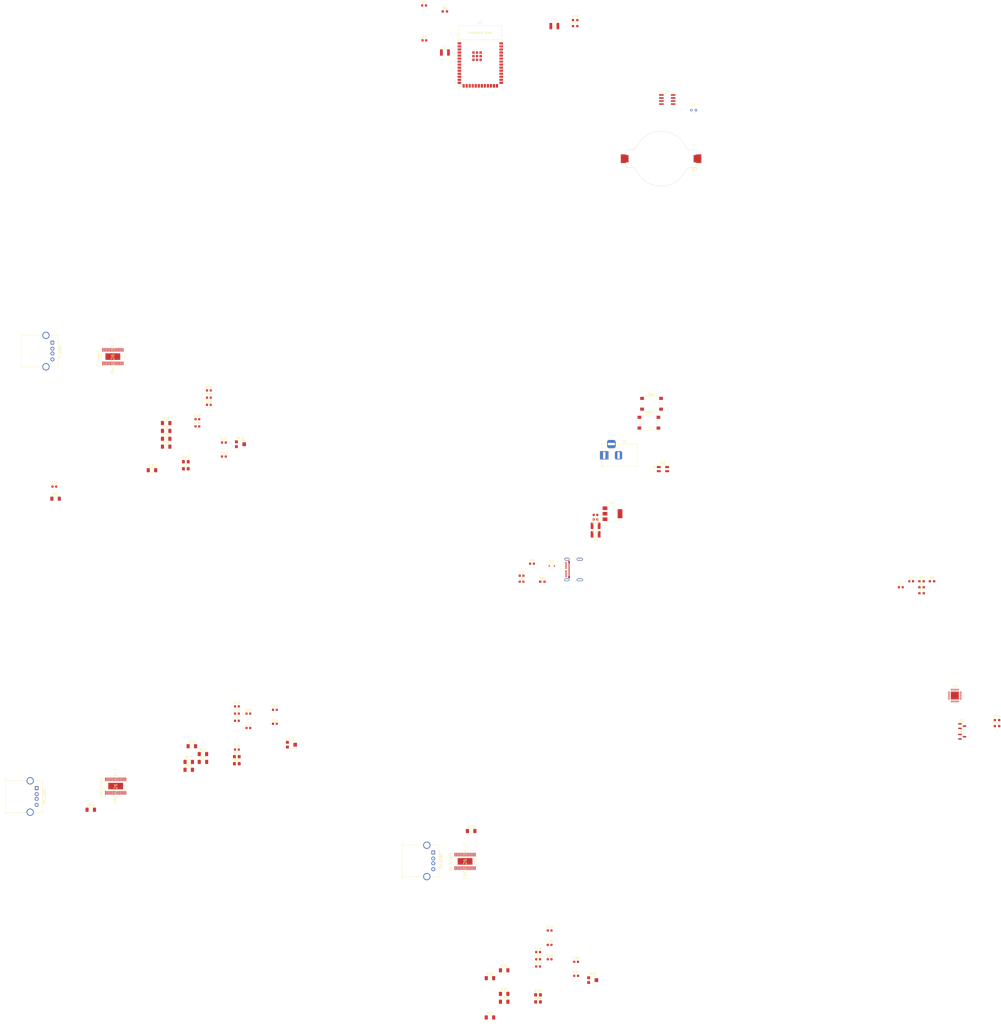
<source format=kicad_pcb>
(kicad_pcb (version 20221018) (generator pcbnew)
  (layers (0 "F.Cu" signal) (31 "B.Cu" signal) (34 "B.Paste" user) (35 "F.Paste" user) (36 "B.SilkS" user "B.Silkscreen") (37 "F.SilkS" user "F.Silkscreen") (38 "B.Mask" user) (39 "F.Mask" user) (44 "Edge.Cuts" user))
  (net 0 "")
  (net 1 "Net-(BT1-+)")
  (net 2 "Earth")
  (net 3 "VCC_3V3")
  (net 4 "Net-(U1-VBUS)")
  (net 5 "ESP_EN")
  (net 6 "D-_USB")
  (net 7 "D+_USB")
  (net 8 "VCC_5V")
  (net 9 "GND")
  (net 10 "VM")
  (net 11 "Net-(C17-Pad1)")
  (net 12 "Net-(C22-Pad1)")
  (net 13 "Net-(RA_Driver1-VCP)")
  (net 14 "Net-(DA_Driver1-VCP)")
  (net 15 "Net-(RA_Driver1-CPO)")
  (net 16 "Net-(RA_Driver1-CPI)")
  (net 17 "Net-(DA_Driver1-CPO)")
  (net 18 "Net-(DA_Driver1-CPI)")
  (net 19 "Net-(C33-Pad1)")
  (net 20 "Net-(F_Driver1-VCP)")
  (net 21 "Net-(F_Driver1-CPO)")
  (net 22 "Net-(F_Driver1-CPI)")
  (net 23 "VBUS")
  (net 25 "Diode")
  (net 26 "B1_DA")
  (net 27 "Net-(DA_Driver1-BRB)")
  (net 28 "B2_DA")
  (net 29 "EN_DA")
  (net 31 "Net-(DA_Driver1-5VOUT)")
  (net 32 "MS1_DA")
  (net 34 "MS2_DA")
  (net 37 "Net-(DA_Driver1-CLK)")
  (net 38 "Net-(DA_Driver1-PDN_UART)")
  (net 39 "STEP_DA")
  (net 40 "V_REF_DA")
  (net 41 "DIR_DA")
  (net 42 "Net-(DA_Driver1-STDBY)")
  (net 43 "A2_DA")
  (net 44 "Net-(DA_Driver1-BRA)")
  (net 45 "A1_DA")
  (net 47 "B1_F")
  (net 48 "Net-(F_Driver1-BRB)")
  (net 49 "B2_F")
  (net 50 "EN_F")
  (net 52 "Net-(F_Driver1-5VOUT)")
  (net 53 "MS1_F")
  (net 55 "MS2_F")
  (net 58 "Net-(F_Driver1-CLK)")
  (net 59 "Net-(F_Driver1-PDN_UART)")
  (net 60 "STEP_F")
  (net 61 "V_REF_F")
  (net 62 "DIR_F")
  (net 63 "Net-(F_Driver1-STDBY)")
  (net 64 "A2_F")
  (net 65 "Net-(F_Driver1-BRA)")
  (net 66 "A1_F")
  (net 70 "CC")
  (net 79 "Net-(Q1-B)")
  (net 80 "RTS")
  (net 81 "Net-(Q2-B)")
  (net 82 "DTR")
  (net 83 "GPIO0")
  (net 84 "Net-(U1-~{RST})")
  (net 85 "Net-(U1-~{SUSPEND})")
  (net 86 "Net-(RA_Driver1-PDN_UART)")
  (net 87 "Net-(RA_Driver1-CLK)")
  (net 88 "Net-(RA_Driver1-STDBY)")
  (net 89 "Net-(RA_Driver1-5VOUT)")
  (net 90 "EN_RA")
  (net 91 "Net-(R24-Pad2)")
  (net 92 "Net-(R26-Pad2)")
  (net 93 "Net-(RA_Driver1-BRA)")
  (net 94 "Net-(RA_Driver1-BRB)")
  (net 95 "Net-(R36-Pad2)")
  (net 96 "SCL")
  (net 97 "SDA")
  (net 98 "B1_RA")
  (net 99 "B2_RA")
  (net 101 "MS1_RA")
  (net 103 "MS2_RA")
  (net 106 "STEP_RA")
  (net 107 "V_REF_RA")
  (net 108 "DIR_RA")
  (net 109 "A2_RA")
  (net 110 "A1_RA")
  (net 127 "TX")
  (net 128 "RX")
  (net 148 "Net-(U4-X1)")
  (net 149 "Net-(U4-X2)")
  (footprint "Capacitor_SMD:C_0603_1608Metric" (layer "F.Cu") (at 58.42 -116.84)
    (fp_text reference "C2" (at 0 -1.43) (layer "F.SilkS"))
    (fp_text value "0.1uF")
    (pad "1" smd roundrect (at -0.775 0) (size 0.9 0.95) (layers "F.Cu" "F.Paste" "F.Mask") (net 3 "VCC_3V3"))
    (pad "2" smd roundrect (at 0.775 0) (size 0.9 0.95) (layers "F.Cu" "F.Paste" "F.Mask") (net 2 "Earth"))
  )
  (footprint "Capacitor_SMD:C_0603_1608Metric" (layer "F.Cu") (at 121.918999 268.840518)
    (fp_text reference "C20" (at 0 -1.43) (layer "F.SilkS"))
    (fp_text value "4.7uF")
    (pad "1" smd roundrect (at -0.775 0) (size 0.9 0.95) (layers "F.Cu" "F.Paste" "F.Mask") (net 9 "GND"))
    (pad "2" smd roundrect (at 0.775 0) (size 0.9 0.95) (layers "F.Cu" "F.Paste" "F.Mask") (net 10 "VM"))
  )
  (footprint "Resistor_SMD:R_0805_2012Metric_Pad1.20x1.40mm_HandSolder" (layer "F.Cu") (at 105.988999 282.660518)
    (fp_text reference "R29" (at 0 -1.65) (layer "F.SilkS"))
    (fp_text value "110mR")
    (pad "1" smd roundrect (at -1 0) (size 1.2 1.4) (layers "F.Cu" "F.Paste" "F.Mask") (roundrect_rratio 0.208333) (net 44 "Net-(DA_Driver1-BRA)"))
    (pad "2" smd roundrect (at 1 0) (size 1.2 1.4) (layers "F.Cu" "F.Paste" "F.Mask") (roundrect_rratio 0.208333) (net 9 "GND"))
  )
  (footprint "Capacitor_SMD:C_0603_1608Metric" (layer "F.Cu") (at 103.4495 102.198)
    (fp_text reference "C8" (at 0 -1.43) (layer "F.SilkS"))
    (fp_text value "10nF")
    (pad "1" smd roundrect (at -0.775 0) (size 0.9 0.95) (layers "F.Cu" "F.Paste" "F.Mask") (net 8 "VCC_5V"))
    (pad "2" smd roundrect (at 0.775 0) (size 0.9 0.95) (layers "F.Cu" "F.Paste" "F.Mask") (net 2 "Earth"))
  )
  (footprint "Capacitor_SMD:C_0603_1608Metric" (layer "F.Cu") (at -15.249999 164.939036)
    (fp_text reference "C25" (at 0 -1.43) (layer "F.SilkS"))
    (fp_text value "100nF")
    (pad "1" smd roundrect (at -0.775 0) (size 0.9 0.95) (layers "F.Cu" "F.Paste" "F.Mask") (net 9 "GND"))
    (pad "2" smd roundrect (at 0.775 0) (size 0.9 0.95) (layers "F.Cu" "F.Paste" "F.Mask") (net 8 "VCC_5V"))
  )
  (footprint "Capacitor_SMD:C_1210_3225Metric" (layer "F.Cu") (at 112.82 -122.8)
    (fp_text reference "C37" (at 0 -2.3) (layer "F.SilkS"))
    (fp_text value "0.1uf")
    (pad "1" smd roundrect (at -1.475 0) (size 1.15 2.7) (layers "F.Cu" "F.Paste" "F.Mask") (roundrect_rratio 0.217391) (net 2 "Earth"))
    (pad "2" smd roundrect (at 1.475 0) (size 1.15 2.7) (layers "F.Cu" "F.Paste" "F.Mask") (roundrect_rratio 0.217391) (net 8 "VCC_5V"))
  )
  (footprint "Resistor_SMD:R_1206_3216Metric_Pad1.30x1.75mm_HandSolder" (layer "F.Cu") (at -95.935 74.995482)
    (fp_text reference "R31" (at 0 -1.82) (layer "F.SilkS"))
    (fp_text value "1100mR")
    (pad "1" smd roundrect (at -1.55 0) (size 1.3 1.75) (layers "F.Cu" "F.Paste" "F.Mask") (roundrect_rratio 0.192308) (net 9 "GND"))
    (pad "2" smd roundrect (at 1.55 0) (size 1.3 1.75) (layers "F.Cu" "F.Paste" "F.Mask") (roundrect_rratio 0.192308) (net 19 "Net-(C33-Pad1)"))
  )
  (footprint "Capacitor_SMD:C_0603_1608Metric" (layer "F.Cu") (at -20.059999 179.989036)
    (fp_text reference "C23" (at 0 -1.43) (layer "F.SilkS"))
    (fp_text value "100nF")
    (pad "1" smd roundrect (at -0.775 0) (size 0.9 0.95) (layers "F.Cu" "F.Paste" "F.Mask") (net 10 "VM"))
    (pad "2" smd roundrect (at 0.775 0) (size 0.9 0.95) (layers "F.Cu" "F.Paste" "F.Mask") (net 13 "Net-(RA_Driver1-VCP)"))
  )
  (footprint "Resistor_SMD:R_0603_1608Metric_Pad0.98x0.95mm_HandSolder" (layer "F.Cu") (at 298.0925 170.18)
    (fp_text reference "R11" (at 0 -1.43) (layer "F.SilkS"))
    (fp_text value "10K")
    (pad "1" smd roundrect (at -0.9125 0) (size 0.975 0.95) (layers "F.Cu" "F.Paste" "F.Mask") (net 80 "RTS"))
    (pad "2" smd roundrect (at 0.9125 0) (size 0.975 0.95) (layers "F.Cu" "F.Paste" "F.Mask") (net 81 "Net-(Q2-B)"))
  )
  (footprint "ESP:ESP32-S3-WROOM-2" (layer "F.Cu") (at 81.8275 -107.31)
    (fp_text reference "U2" (at 0 -17.05) (layer "F.SilkS"))
    (fp_text value "ESP32-S3-WROOM-2")
    (fp_text user "Antenna Area" (at 0 -12.75) (layer "F.SilkS"))
    (pad "1" smd rect (at -8.75 -8.26) (size 1.5 0.9) (layers "F.Cu" "F.Paste" "F.Mask") (net 2 "Earth"))
    (pad "2" smd rect (at -8.75 -6.99) (size 1.5 0.9) (layers "F.Cu" "F.Paste" "F.Mask") (net 3 "VCC_3V3"))
    (pad "3" smd rect (at -8.75 -5.72) (size 1.5 0.9) (layers "F.Cu" "F.Paste" "F.Mask") (net 5 "ESP_EN"))
    (pad "4" smd rect (at -8.75 -4.45) (size 1.5 0.9) (layers "F.Cu" "F.Paste" "F.Mask") (net 96 "SCL"))
    (pad "5" smd rect (at -8.75 -3.18) (size 1.5 0.9) (layers "F.Cu" "F.Paste" "F.Mask"))
    (pad "6" smd rect (at -8.75 -1.91) (size 1.5 0.9) (layers "F.Cu" "F.Paste" "F.Mask"))
    (pad "7" smd rect (at -8.75 -0.64) (size 1.5 0.9) (layers "F.Cu" "F.Paste" "F.Mask") (net 60 "STEP_F"))
    (pad "8" smd rect (at -8.75 0.63) (size 1.5 0.9) (layers "F.Cu" "F.Paste" "F.Mask") (net 106 "STEP_RA"))
    (pad "9" smd rect (at -8.75 1.9) (size 1.5 0.9) (layers "F.Cu" "F.Paste" "F.Mask") (net 108 "DIR_RA"))
    (pad "10" smd rect (at -8.75 3.17) (size 1.5 0.9) (layers "F.Cu" "F.Paste" "F.Mask") (net 101 "MS1_RA"))
    (pad "11" smd rect (at -8.75 4.44) (size 1.5 0.9) (layers "F.Cu" "F.Paste" "F.Mask") (net 103 "MS2_RA"))
    (pad "12" smd rect (at -8.75 5.71) (size 1.5 0.9) (layers "F.Cu" "F.Paste" "F.Mask") (net 62 "DIR_F"))
    (pad "13" smd rect (at -8.75 6.98) (size 1.5 0.9) (layers "F.Cu" "F.Paste" "F.Mask"))
    (pad "14" smd rect (at -8.75 8.25) (size 1.5 0.9) (layers "F.Cu" "F.Paste" "F.Mask"))
    (pad "15" smd rect (at -6.985 9.5 90) (size 1.5 0.9) (layers "F.Cu" "F.Paste" "F.Mask") (net 97 "SDA"))
    (pad "16" smd rect (at -5.715 9.5 90) (size 1.5 0.9) (layers "F.Cu" "F.Paste" "F.Mask"))
    (pad "17" smd rect (at -4.445 9.5 90) (size 1.5 0.9) (layers "F.Cu" "F.Paste" "F.Mask") (net 53 "MS1_F"))
    (pad "18" smd rect (at -3.175 9.5 90) (size 1.5 0.9) (layers "F.Cu" "F.Paste" "F.Mask") (net 55 "MS2_F"))
    (pad "19" smd rect (at -1.905 9.5 90) (size 1.5 0.9) (layers "F.Cu" "F.Paste" "F.Mask") (net 39 "STEP_DA"))
    (pad "20" smd rect (at -0.635 9.5 90) (size 1.5 0.9) (layers "F.Cu" "F.Paste" "F.Mask") (net 41 "DIR_DA"))
    (pad "21" smd rect (at 0.635 9.5 90) (size 1.5 0.9) (layers "F.Cu" "F.Paste" "F.Mask") (net 32 "MS1_DA"))
    (pad "22" smd rect (at 1.905 9.5 90) (size 1.5 0.9) (layers "F.Cu" "F.Paste" "F.Mask") (net 34 "MS2_DA"))
    (pad "23" smd rect (at 3.175 9.5 90) (size 1.5 0.9) (layers "F.Cu" "F.Paste" "F.Mask"))
    (pad "24" smd rect (at 4.445 9.5 90) (size 1.5 0.9) (layers "F.Cu" "F.Paste" "F.Mask"))
    (pad "25" smd rect (at 5.715 9.5 90) (size 1.5 0.9) (layers "F.Cu" "F.Paste" "F.Mask"))
    (pad "26" smd rect (at 6.985 9.5 90) (size 1.5 0.9) (layers "F.Cu" "F.Paste" "F.Mask"))
    (pad "27" smd rect (at 8.75 8.25 180) (size 1.5 0.9) (layers "F.Cu" "F.Paste" "F.Mask") (net 83 "GPIO0"))
    (pad "28" smd rect (at 8.75 6.98 180) (size 1.5 0.9) (layers "F.Cu" "F.Paste" "F.Mask"))
    (pad "29" smd rect (at 8.75 5.71 180) (size 1.5 0.9) (layers "F.Cu" "F.Paste" "F.Mask"))
    (pad "30" smd rect (at 8.75 4.44 180) (size 1.5 0.9) (layers "F.Cu" "F.Paste" "F.Mask"))
    (pad "31" smd rect (at 8.75 3.17 180) (size 1.5 0.9) (layers "F.Cu" "F.Paste" "F.Mask"))
    (pad "32" smd rect (at 8.75 1.9 180) (size 1.5 0.9) (layers "F.Cu" "F.Paste" "F.Mask"))
    (pad "33" smd rect (at 8.75 0.63 180) (size 1.5 0.9) (layers "F.Cu" "F.Paste" "F.Mask"))
    (pad "34" smd rect (at 8.75 -0.64 180) (size 1.5 0.9) (layers "F.Cu" "F.Paste" "F.Mask"))
    (pad "35" smd rect (at 8.75 -1.91 180) (size 1.5 0.9) (layers "F.Cu" "F.Paste" "F.Mask"))
    (pad "36" smd rect (at 8.75 -3.18 180) (size 1.5 0.9) (layers "F.Cu" "F.Paste" "F.Mask") (net 128 "RX"))
    (pad "37" smd rect (at 8.75 -4.45 180) (size 1.5 0.9) (layers "F.Cu" "F.Paste" "F.Mask") (net 127 "TX"))
    (pad "38" smd rect (at 8.75 -5.72 180) (size 1.5 0.9) (layers "F.Cu" "F.Paste" "F.Mask") (net 25 "Diode"))
    (pad "39" smd rect (at 8.75 -6.99 180) (size 1.5 0.9) (layers "F.Cu" "F.Paste" "F.Mask"))
    (pad "40" smd rect (at 8.75 -8.26 180) (size 1.5 0.9) (layers "F.Cu" "F.Paste" "F.Mask") (net 2 "Earth"))
    (pad "41" smd rect (at -2.86 -4.41 180) (size 1 1) (layers "F.Cu" "F.Paste" "F.Mask") (net 2 "Earth"))
    (pad "41" smd rect (at -2.86 -2.91 180) (size 1 1) (layers "F.Cu" "F.Paste" "F.Mask") (net 2 "Earth"))
    (pad "41" smd rect (at -2.86 -1.41 180) (size 1 1) (layers "F.Cu" "F.Paste" "F.Mask") (net 2 "Earth"))
    (pad "41" smd rect (at -1.36 -4.41 180) (size 1 1) (layers "F.Cu" "F.Paste" "F.Mask") (net 2 "Earth"))
    (pad "41" smd rect (at -1.36 -2.91 180) (size 1 1) (layers "F.Cu" "F.Paste" "F.Mask") (net 2 "Earth"))
    (pad "41" smd rect (at -1.36 -1.41 180) (size 1 1) (layers "F.Cu" "F.Paste" "F.Mask") (net 2 "Earth"))
    (pad "41" smd rect (at 0.14 -4.41 180) (size 1 1) (layers "F.Cu" "F.Paste" "F.Mask") (net 2 "Earth"))
    (pad "41" smd rect (at 0.14 -2.91 180) (size 1 1) (layers "F.Cu" "F.Paste" "F.Mask") (net 2 "Earth"))
    (pad "41" smd rect (at 0.14 -1.41 180) (size 1 1) (layers "F.Cu" "F.Paste" "F.Mask") (net 2 "Earth"))
  )
  (footprint "Capacitor_SMD:C_0603_1608Metric" (layer "F.Cu") (at 58.2875 -131.45)
    (fp_text reference "C4" (at 0 -1.43) (layer "F.SilkS"))
    (fp_text value "1uF")
    (pad "1" smd roundrect (at -0.775 0) (size 0.9 0.95) (layers "F.Cu" "F.Paste" "F.Mask") (net 5 "ESP_EN"))
    (pad "2" smd roundrect (at 0.775 0) (size 0.9 0.95) (layers "F.Cu" "F.Paste" "F.Mask") (net 2 "Earth"))
  )
  (footprint "Resistor_SMD:R_1206_3216Metric_Pad1.30x1.75mm_HandSolder" (layer "F.Cu") (at -49.655 53.205482)
    (fp_text reference "R36" (at 0 -1.82) (layer "F.SilkS"))
    (fp_text value "10K")
    (pad "1" smd roundrect (at -1.55 0) (size 1.3 1.75) (layers "F.Cu" "F.Paste" "F.Mask") (roundrect_rratio 0.192308) (net 52 "Net-(F_Driver1-5VOUT)"))
    (pad "2" smd roundrect (at 1.55 0) (size 1.3 1.75) (layers "F.Cu" "F.Paste" "F.Mask") (roundrect_rratio 0.192308) (net 95 "Net-(R36-Pad2)"))
  )
  (footprint "Crystal:Crystal_DS26_D2.0mm_L6.0mm_Vertical" (layer "F.Cu") (at 170.18 -87.63)
    (fp_text reference "Y1" (at 0.95 -2.2) (layer "F.SilkS"))
    (fp_text value "Crystal")
    (pad "1" thru_hole circle (at 0 0) (size 1 1) (drill 0.5) (layers "*.Cu" "*.Mask") (net 149 "Net-(U4-X2)"))
    (pad "2" thru_hole circle (at 1.9 0) (size 1 1) (drill 0.5) (layers "*.Cu" "*.Mask") (net 148 "Net-(U4-X1)"))
  )
  (footprint "Capacitor_SMD:C_0603_1608Metric" (layer "F.Cu") (at 262.18 109.55)
    (fp_text reference "C7" (at 0 -1.43) (layer "F.SilkS"))
    (fp_text value "10nF")
    (pad "1" smd roundrect (at -0.775 0) (size 0.9 0.95) (layers "F.Cu" "F.Paste" "F.Mask") (net 3 "VCC_3V3"))
    (pad "2" smd roundrect (at 0.775 0) (size 0.9 0.95) (layers "F.Cu" "F.Paste" "F.Mask") (net 2 "Earth"))
  )
  (footprint "Capacitor_SMD:C_0603_1608Metric" (layer "F.Cu") (at -4.159999 163.349036)
    (fp_text reference "C15" (at 0 -1.43) (layer "F.SilkS"))
    (fp_text value "4.7uF")
    (pad "1" smd roundrect (at -0.775 0) (size 0.9 0.95) (layers "F.Cu" "F.Paste" "F.Mask") (net 9 "GND"))
    (pad "2" smd roundrect (at 0.775 0) (size 0.9 0.95) (layers "F.Cu" "F.Paste" "F.Mask") (net 10 "VM"))
  )
  (footprint "Resistor_SMD:R_0603_1608Metric_Pad0.98x0.95mm_HandSolder" (layer "F.Cu") (at 121.52 -125.31)
    (fp_text reference "R39" (at 0 -1.43) (layer "F.SilkS"))
    (fp_text value "4.7K")
    (pad "1" smd roundrect (at -0.9125 0) (size 0.975 0.95) (layers "F.Cu" "F.Paste" "F.Mask") (net 96 "SCL"))
    (pad "2" smd roundrect (at 0.9125 0) (size 0.975 0.95) (layers "F.Cu" "F.Paste" "F.Mask") (net 8 "VCC_5V"))
  )
  (footprint "Resistor_SMD:R_1206_3216Metric_Pad1.30x1.75mm_HandSolder" (layer "F.Cu") (at -49.655 46.625482)
    (fp_text reference "R34" (at 0 -1.82) (layer "F.SilkS"))
    (fp_text value "100K")
    (pad "1" smd roundrect (at -1.55 0) (size 1.3 1.75) (layers "F.Cu" "F.Paste" "F.Mask") (roundrect_rratio 0.192308) (net 9 "GND"))
    (pad "2" smd roundrect (at 1.55 0) (size 1.3 1.75) (layers "F.Cu" "F.Paste" "F.Mask") (roundrect_rratio 0.192308) (net 63 "Net-(F_Driver1-STDBY)"))
  )
  (footprint "Resistor_SMD:R_0805_2012Metric_Pad1.20x1.40mm_HandSolder" (layer "F.Cu") (at 105.988999 285.610518)
    (fp_text reference "R30" (at 0 -1.65) (layer "F.SilkS"))
    (fp_text value "110mR")
    (pad "1" smd roundrect (at -1 0) (size 1.2 1.4) (layers "F.Cu" "F.Paste" "F.Mask") (roundrect_rratio 0.208333) (net 27 "Net-(DA_Driver1-BRB)"))
    (pad "2" smd roundrect (at 1 0) (size 1.2 1.4) (layers "F.Cu" "F.Paste" "F.Mask") (roundrect_rratio 0.208333) (net 9 "GND"))
  )
  (footprint "Capacitor_SMD:C_0603_1608Metric" (layer "F.Cu") (at -36.595 44.735482)
    (fp_text reference "C30" (at 0 -1.43) (layer "F.SilkS"))
    (fp_text value "100nF")
    (pad "1" smd roundrect (at -0.775 0) (size 0.9 0.95) (layers "F.Cu" "F.Paste" "F.Mask") (net 9 "GND"))
    (pad "2" smd roundrect (at 0.775 0) (size 0.9 0.95) (layers "F.Cu" "F.Paste" "F.Mask") (net 10 "VM"))
  )
  (footprint "Resistor_SMD:R_0805_2012Metric_Pad1.20x1.40mm_HandSolder" (layer "F.Cu") (at -41.435 62.465482)
    (fp_text reference "R38" (at 0 -1.65) (layer "F.SilkS"))
    (fp_text value "110mR")
    (pad "1" smd roundrect (at -1 0) (size 1.2 1.4) (layers "F.Cu" "F.Paste" "F.Mask") (roundrect_rratio 0.208333) (net 48 "Net-(F_Driver1-BRB)"))
    (pad "2" smd roundrect (at 1 0) (size 1.2 1.4) (layers "F.Cu" "F.Paste" "F.Mask") (roundrect_rratio 0.208333) (net 9 "GND"))
  )
  (footprint "Resistor_SMD:R_1206_3216Metric_Pad1.30x1.75mm_HandSolder" (layer "F.Cu") (at 91.818999 272.380518)
    (fp_text reference "R22" (at 0 -1.82) (layer "F.SilkS"))
    (fp_text value "100K")
    (pad "1" smd roundrect (at -1.55 0) (size 1.3 1.75) (layers "F.Cu" "F.Paste" "F.Mask") (roundrect_rratio 0.192308) (net 9 "GND"))
    (pad "2" smd roundrect (at 1.55 0) (size 1.3 1.75) (layers "F.Cu" "F.Paste" "F.Mask") (roundrect_rratio 0.192308) (net 42 "Net-(DA_Driver1-STDBY)"))
  )
  (footprint "Package_TO_SOT_SMD:SOT-223-3_TabPin2" (layer "F.Cu") (at 137.16 81.28)
    (fp_text reference "U3" (at 0 -4.5) (layer "F.SilkS"))
    (fp_text value "AMS1117-3.3")
    (pad "1" smd rect (at -3.15 -2.3) (size 2 1.5) (layers "F.Cu" "F.Paste" "F.Mask") (net 2 "Earth"))
    (pad "2" smd rect (at -3.15 0) (size 2 1.5) (layers "F.Cu" "F.Paste" "F.Mask") (net 3 "VCC_3V3"))
    (pad "2" smd rect (at 3.15 0) (size 2 3.8) (layers "F.Cu" "F.Paste" "F.Mask") (net 3 "VCC_3V3"))
    (pad "3" smd rect (at -3.15 2.3) (size 2 1.5) (layers "F.Cu" "F.Paste" "F.Mask") (net 8 "VCC_5V"))
  )
  (footprint "Capacitor_SMD:C_0603_1608Metric" (layer "F.Cu") (at 110.828999 267.760518)
    (fp_text reference "C28" (at 0 -1.43) (layer "F.SilkS"))
    (fp_text value "22nF")
    (pad "1" smd roundrect (at -0.775 0) (size 0.9 0.95) (layers "F.Cu" "F.Paste" "F.Mask") (net 17 "Net-(DA_Driver1-CPO)"))
    (pad "2" smd roundrect (at 0.775 0) (size 0.9 0.95) (layers "F.Cu" "F.Paste" "F.Mask") (net 18 "Net-(DA_Driver1-CPI)"))
  )
  (footprint "Resistor_SMD:R_1206_3216Metric_Pad1.30x1.75mm_HandSolder" (layer "F.Cu") (at -49.655 43.335482)
    (fp_text reference "R33" (at 0 -1.82) (layer "F.SilkS"))
    (fp_text value "20K")
    (pad "1" smd roundrect (at -1.55 0) (size 1.3 1.75) (layers "F.Cu" "F.Paste" "F.Mask") (roundrect_rratio 0.192308) (net 58 "Net-(F_Driver1-CLK)"))
    (pad "2" smd roundrect (at 1.55 0) (size 1.3 1.75) (layers "F.Cu" "F.Paste" "F.Mask") (roundrect_rratio 0.192308) (net 9 "GND"))
  )
  (footprint "Capacitor_SMD:C_0603_1608Metric" (layer "F.Cu") (at 130.048 83.6665 180)
    (fp_text reference "C11" (at 0 -1.43 180) (layer "F.SilkS"))
    (fp_text value "0.1uf")
    (pad "1" smd roundrect (at -0.775 0 180) (size 0.9 0.95) (layers "F.Cu" "F.Paste" "F.Mask") (net 3 "VCC_3V3"))
    (pad "2" smd roundrect (at 0.775 0 180) (size 0.9 0.95) (layers "F.Cu" "F.Paste" "F.Mask") (net 2 "Earth"))
  )
  (footprint "Capacitor_SMD:C_0603_1608Metric" (layer "F.Cu") (at -36.595 41.725482)
    (fp_text reference "C29" (at 0 -1.43) (layer "F.SilkS"))
    (fp_text value "100nF")
    (pad "1" smd roundrect (at -0.775 0) (size 0.9 0.95) (layers "F.Cu" "F.Paste" "F.Mask") (net 9 "GND"))
    (pad "2" smd roundrect (at 0.775 0) (size 0.9 0.95) (layers "F.Cu" "F.Paste" "F.Mask") (net 10 "VM"))
  )
  (footprint "Capacitor_SMD:C_0603_1608Metric" (layer "F.Cu") (at -20.059999 167.949036)
    (fp_text reference "C17" (at 0 -1.43) (layer "F.SilkS"))
    (fp_text value "1uF")
    (pad "1" smd roundrect (at -0.775 0) (size 0.9 0.95) (layers "F.Cu" "F.Paste" "F.Mask") (net 11 "Net-(C17-Pad1)"))
    (pad "2" smd roundrect (at 0.775 0) (size 0.9 0.95) (layers "F.Cu" "F.Paste" "F.Mask") (net 10 "VM"))
  )
  (footprint "Capacitor_SMD:C_0603_1608Metric" (layer "F.Cu") (at 110.828999 261.740518)
    (fp_text reference "C26" (at 0 -1.43) (layer "F.SilkS"))
    (fp_text value "100nF")
    (pad "1" smd roundrect (at -0.775 0) (size 0.9 0.95) (layers "F.Cu" "F.Paste" "F.Mask") (net 9 "GND"))
    (pad "2" smd roundrect (at 0.775 0) (size 0.9 0.95) (layers "F.Cu" "F.Paste" "F.Mask") (net 8 "VCC_5V"))
  )
  (footprint "Button_Switch_SMD:SW_Push_1P1T_NO_6x6mm_H9.5mm" (layer "F.Cu") (at 153.505 35.27)
    (fp_text reference "SW2" (at 0 -4.05) (layer "F.SilkS"))
    (fp_text value "SW_Boot")
    (pad "1" smd rect (at -3.975 -2.25) (size 1.55 1.3) (layers "F.Cu" "F.Paste" "F.Mask") (net 2 "Earth"))
    (pad "1" smd rect (at 3.975 -2.25) (size 1.55 1.3) (layers "F.Cu" "F.Paste" "F.Mask") (net 2 "Earth"))
    (pad "2" smd rect (at -3.975 2.25) (size 1.55 1.3) (layers "F.Cu" "F.Paste" "F.Mask") (net 83 "GPIO0"))
    (pad "2" smd rect (at 3.975 2.25) (size 1.55 1.3) (layers "F.Cu" "F.Paste" "F.Mask") (net 83 "GPIO0"))
  )
  (footprint "Resistor_SMD:R_1206_3216Metric_Pad1.30x1.75mm_HandSolder" (layer "F.Cu") (at -34.259999 181.879036)
    (fp_text reference "R23" (at 0 -1.82) (layer "F.SilkS"))
    (fp_text value "20K")
    (pad "1" smd roundrect (at -1.55 0) (size 1.3 1.75) (layers "F.Cu" "F.Paste" "F.Mask") (roundrect_rratio 0.192308) (net 89 "Net-(RA_Driver1-5VOUT)"))
    (pad "2" smd roundrect (at 1.55 0) (size 1.3 1.75) (layers "F.Cu" "F.Paste" "F.Mask") (roundrect_rratio 0.192308) (net 90 "EN_RA"))
  )
  (footprint "Resistor_SMD:R_1206_3216Metric_Pad1.30x1.75mm_HandSolder" (layer "F.Cu") (at -81.219999 205.169036)
    (fp_text reference "R19" (at 0 -1.82) (layer "F.SilkS"))
    (fp_text value "100K")
    (pad "1" smd roundrect (at -1.55 0) (size 1.3 1.75) (layers "F.Cu" "F.Paste" "F.Mask") (roundrect_rratio 0.192308) (net 9 "GND"))
    (pad "2" smd roundrect (at 1.55 0) (size 1.3 1.75) (layers "F.Cu" "F.Paste" "F.Mask") (roundrect_rratio 0.192308) (net 88 "Net-(RA_Driver1-STDBY)"))
  )
  (footprint "Package_TO_SOT_SMD:SOT-23" (layer "F.Cu") (at 283.5425 170.18)
    (fp_text reference "Q1" (at 0 -2.4) (layer "F.SilkS"))
    (fp_text value "BC818")
    (pad "1" smd roundrect (at -0.9375 -0.95) (size 1.475 0.6) (layers "F.Cu" "F.Paste" "F.Mask") (net 79 "Net-(Q1-B)"))
    (pad "2" smd roundrect (at -0.9375 0.95) (size 1.475 0.6) (layers "F.Cu" "F.Paste" "F.Mask") (net 80 "RTS"))
    (pad "3" smd roundrect (at 0.9375 0) (size 1.475 0.6) (layers "F.Cu" "F.Paste" "F.Mask") (net 5 "ESP_EN"))
  )
  (footprint "Potentiometer_SMD:Potentiometer_Bourns_TC33X_Vertical" (layer "F.Cu") (at 2.890001 177.959036)
    (fp_text reference "RV1" (at 0 -2.5) (layer "F.SilkS"))
    (fp_text value "10K")
    (pad "1" smd rect (at -1.8 -1) (size 1.2 1.2) (layers "F.Cu" "F.Paste" "F.Mask") (net 91 "Net-(R24-Pad2)"))
    (pad "2" smd rect (at 1.45 0) (size 1.5 1.6) (layers "F.Cu" "F.Paste" "F.Mask") (net 107 "V_REF_RA"))
    (pad "3" smd rect (at -1.8 1) (size 1.2 1.2) (layers "F.Cu" "F.Paste" "F.Mask") (net 9 "GND"))
  )
  (footprint "Resistor_SMD:R_1206_3216Metric_Pad1.30x1.75mm_HandSolder" (layer "F.Cu") (at -49.655 49.915482)
    (fp_text reference "R35" (at 0 -1.82) (layer "F.SilkS"))
    (fp_text value "20K")
    (pad "1" smd roundrect (at -1.55 0) (size 1.3 1.75) (layers "F.Cu" "F.Paste" "F.Mask") (roundrect_rratio 0.192308) (net 52 "Net-(F_Driver1-5VOUT)"))
    (pad "2" smd roundrect (at 1.55 0) (size 1.3 1.75) (layers "F.Cu" "F.Paste" "F.Mask") (roundrect_rratio 0.192308) (net 50 "EN_F"))
  )
  (footprint "Resistor_SMD:R_1206_3216Metric_Pad1.30x1.75mm_HandSolder" (layer "F.Cu") (at 91.818999 282.250518)
    (fp_text reference "R25" (at 0 -1.82) (layer "F.SilkS"))
    (fp_text value "20K")
    (pad "1" smd roundrect (at -1.55 0) (size 1.3 1.75) (layers "F.Cu" "F.Paste" "F.Mask") (roundrect_rratio 0.192308) (net 31 "Net-(DA_Driver1-5VOUT)"))
    (pad "2" smd roundrect (at 1.55 0) (size 1.3 1.75) (layers "F.Cu" "F.Paste" "F.Mask") (roundrect_rratio 0.192308) (net 29 "EN_DA"))
  )
  (footprint "Resistor_SMD:R_1206_3216Metric_Pad1.30x1.75mm_HandSolder" (layer "F.Cu") (at -40.209999 188.459036)
    (fp_text reference "R18" (at 0 -1.82) (layer "F.SilkS"))
    (fp_text value "20K")
    (pad "1" smd roundrect (at -1.55 0) (size 1.3 1.75) (layers "F.Cu" "F.Paste" "F.Mask") (roundrect_rratio 0.192308) (net 87 "Net-(RA_Driver1-CLK)"))
    (pad "2" smd roundrect (at 1.55 0) (size 1.3 1.75) (layers "F.Cu" "F.Paste" "F.Mask") (roundrect_rratio 0.192308) (net 9 "GND"))
  )
  (footprint "TMC-2226:Trinamic-TMC2226-SA-T-IPC_B" (layer "F.Cu") (at 75.448999 226.790518 90)
    (fp_text reference "DA_Driver1" (at -4.1531 -6.05 90) (layer "F.SilkS") (effects (justify left)))
    (fp_text value "TMC2226-SA-T" (at 0 0 90) (layer "F.SilkS") (effects (font (size 1.27 1.27))))
    (pad "1" smd rect (at -2.825482 -4.225 90) (size 1.655236 0.374455) (layers "F.Cu" "F.Paste" "F.Mask") (net 26 "B1_DA"))
    (pad "2" smd roundrect (at -2.825482 -3.575 90) (size 1.655236 0.374455) (layers "F.Cu" "F.Paste" "F.Mask") (roundrect_rratio 0.5) (net 27 "Net-(DA_Driver1-BRB)"))
    (pad "3" smd roundrect (at -2.825482 -2.925 90) (size 1.655236 0.374455) (layers "F.Cu" "F.Paste" "F.Mask") (roundrect_rratio 0.5) (net 10 "VM"))
    (pad "4" smd roundrect (at -2.825482 -2.275 90) (size 1.655236 0.374455) (layers "F.Cu" "F.Paste" "F.Mask") (roundrect_rratio 0.5) (net 28 "B2_DA"))
    (pad "5" smd roundrect (at -2.825482 -1.625 90) (size 1.655236 0.374455) (layers "F.Cu" "F.Paste" "F.Mask") (roundrect_rratio 0.5) (net 29 "EN_DA"))
    (pad "6" smd roundrect (at -2.825482 -0.975 90) (size 1.655236 0.374455) (layers "F.Cu" "F.Paste" "F.Mask") (roundrect_rratio 0.5) (net 9 "GND"))
    (pad "7" smd roundrect (at -2.825482 -0.325 90) (size 1.655236 0.374455) (layers "F.Cu" "F.Paste" "F.Mask") (roundrect_rratio 0.5) (net 17 "Net-(DA_Driver1-CPO)"))
    (pad "8" smd roundrect (at -2.825482 0.325001 90) (size 1.655236 0.374455) (layers "F.Cu" "F.Paste" "F.Mask") (roundrect_rratio 0.5) (net 18 "Net-(DA_Driver1-CPI)"))
    (pad "9" smd roundrect (at -2.825482 0.975001 90) (size 1.655236 0.374455) (layers "F.Cu" "F.Paste" "F.Mask") (roundrect_rratio 0.5) (net 14 "Net-(DA_Driver1-VCP)"))
    (pad "10" smd roundrect (at -2.825482 1.625001 90) (size 1.655236 0.374455) (layers "F.Cu" "F.Paste" "F.Mask") (roundrect_rratio 0.5))
    (pad "11" smd roundrect (at -2.825482 2.275001 90) (size 1.655236 0.374455) (layers "F.Cu" "F.Paste" "F.Mask") (roundrect_rratio 0.5) (net 31 "Net-(DA_Driver1-5VOUT)"))
    (pad "12" smd roundrect (at -2.825482 2.925001 90) (size 1.655236 0.374455) (layers "F.Cu" "F.Paste" "F.Mask") (roundrect_rratio 0.5) (net 32 "MS1_DA"))
    (pad "13" smd roundrect (at -2.825482 3.575001 90) (size 1.655236 0.374455) (layers "F.Cu" "F.Paste" "F.Mask") (roundrect_rratio 0.5))
    (pad "14" smd roundrect (at -2.825482 4.225001 90) (size 1.655236 0.374455) (layers "F.Cu" "F.Paste" "F.Mask") (roundrect_rratio 0.5) (net 34 "MS2_DA"))
    (pad "15" smd roundrect (at 2.825482 4.225001 90) (size 1.655236 0.374455) (layers "F.Cu" "F.Paste" "F.Mask") (roundrect_rratio 0.5))
    (pad "16" smd roundrect (at 2.825482 3.575001 90) (size 1.655236 0.374455) (layers "F.Cu" "F.Paste" "F.Mask") (roundrect_rratio 0.5))
    (pad "17" smd roundrect (at 2.825482 2.925001 90) (size 1.655236 0.374455) (layers "F.Cu" "F.Paste" "F.Mask") (roundrect_rratio 0.5) (net 37 "Net-(DA_Driver1-CLK)"))
    (pad "18" smd roundrect (at 2.825482 2.275001 90) (size 1.655236 0.374455) (layers "F.Cu" "F.Paste" "F.Mask") (roundrect_rratio 0.5) (net 38 "Net-(DA_Driver1-PDN_UART)"))
    (pad "19" smd roundrect (at 2.825482 1.625001 90) (size 1.655236 0.374455) (layers "F.Cu" "F.Paste" "F.Mask") (roundrect_rratio 0.5) (net 8 "VCC_5V"))
    (pad "20" smd roundrect (at 2.825482 0.975001 90) (size 1.655236 0.374455) (layers "F.Cu" "F.Paste" "F.Mask") (roundrect_rratio 0.5) (net 39 "STEP_DA"))
    (pad "21" smd roundrect (at 2.825482 0.325001 90) (size 1.655236 0.374455) (layers "F.Cu" "F.Paste" "F.Mask") (roundrect_rratio 0.5) (net 40 "V_REF_DA"))
    (pad "22" smd roundrect (at 2.825482 -0.325 90) (size 1.655236 0.374455) (layers "F.Cu" "F.Paste" "F.Mask") (roundrect_rratio 0.5) (net 9 "GND"))
    (pad "23" smd roundrect (at 2.825482 -0.975 90) (size 1.655236 0.374455) (layers "F.Cu" "F.Paste" "F.Mask") (roundrect_rratio 0.5) (net 41 "DIR_DA"))
    (pad "24" smd roundrect (at 2.825482 -1.625 90) (size 1.655236 0.374455) (layers "F.Cu" "F.Paste" "F.Mask") (roundrect_rratio 0.5) (net 42 "Net-(DA_Driver1-STDBY)"))
    (pad "25" smd roundrect (at 2.825482 -2.275 90) (size 1.655236 0.374455) (layers "F.Cu" "F.Paste" "F.Mask") (roundrect_rratio 0.5) (net 43 "A2_DA"))
    (pad "26" smd roundrect (at 2.825482 -2.925 90) (size 1.655236 0.374455) (layers "F.Cu" "F.Paste" "F.Mask") (roundrect_rratio 0.5) (net 10 "VM"))
    (pad "27" smd roundrect (at 2.825482 -3.575 90) (size 1.655236 0.374455) (layers "F.Cu" "F.Paste" "F.Mask") (roundrect_rratio 0.5) (net 44 "Net-(DA_Driver1-BRA)"))
    (pad "28" smd roundrect (at 2.825482 -4.225 90) (size 1.655236 0.374455) (layers "F.Cu" "F.Paste" "F.Mask") (roundrect_rratio 0.5) (net 45 "A1_DA"))
    (pad "29" smd rect (at 0 0 90) (size 2.75 6.2) (layers "F.Cu" "F.Mask") (net 9 "GND"))
  )
  (footprint "Capacitor_SMD:C_1210_3225Metric" (layer "F.Cu") (at 67.0175 -111.76)
    (fp_text reference "C1" (at 0 -2.3) (layer "F.SilkS"))
    (fp_text value "10uF")
    (pad "1" smd roundrect (at -1.475 0) (size 1.15 2.7) (layers "F.Cu" "F.Paste" "F.Mask") (roundrect_rratio 0.217391) (net 3 "VCC_3V3"))
    (pad "2" smd roundrect (at 1.475 0) (size 1.15 2.7) (layers "F.Cu" "F.Paste" "F.Mask") (roundrect_rratio 0.217391) (net 2 "Earth"))
  )
  (footprint "Capacitor_SMD:C_0603_1608Metric" (layer "F.Cu") (at 106.018999 267.760518)
    (fp_text reference "C19" (at 0 -1.43) (layer "F.SilkS"))
    (fp_text value "100nF")
    (pad "1" smd roundrect (at -0.775 0) (size 0.9 0.95) (layers "F.Cu" "F.Paste" "F.Mask") (net 9 "GND"))
    (pad "2" smd roundrect (at 0.775 0) (size 0.9 0.95) (layers "F.Cu" "F.Paste" "F.Mask") (net 10 "VM"))
  )
  (footprint "Potentiometer_SMD:Potentiometer_Bourns_TC33X_Vertical" (layer "F.Cu") (at 128.968999 276.500518)
    (fp_text reference "RV2" (at 0 -2.5) (layer "F.SilkS"))
    (fp_text value "10K")
    (pad "1" smd rect (at -1.8 -1) (size 1.2 1.2) (layers "F.Cu" "F.Paste" "F.Mask") (net 92 "Net-(R26-Pad2)"))
    (pad "2" smd rect (at 1.45 0) (size 1.5 1.6) (layers "F.Cu" "F.Paste" "F.Mask") (net 40 "V_REF_DA"))
    (pad "3" smd rect (at -1.8 1) (size 1.2 1.2) (layers "F.Cu" "F.Paste" "F.Mask") (net 9 "GND"))
  )
  (footprint "Capacitor_SMD:C_0603_1608Metric" (layer "F.Cu") (at -15.249999 170.959036)
    (fp_text reference "C27" (at 0 -1.43) (layer "F.SilkS"))
    (fp_text value "22nF")
    (pad "1" smd roundrect (at -0.775 0) (size 0.9 0.95) (layers "F.Cu" "F.Paste" "F.Mask") (net 15 "Net-(RA_Driver1-CPO)"))
    (pad "2" smd roundrect (at 0.775 0) (size 0.9 0.95) (layers "F.Cu" "F.Paste" "F.Mask") (net 16 "Net-(RA_Driver1-CPI)"))
  )
  (footprint "Resistor_SMD:R_0603_1608Metric_Pad0.98x0.95mm_HandSolder" (layer "F.Cu") (at 266.53 109.55)
    (fp_text reference "R1" (at 0 -1.43) (layer "F.SilkS"))
    (fp_text value "22.1K")
    (pad "1" smd roundrect (at -0.9125 0) (size 0.975 0.95) (layers "F.Cu" "F.Paste" "F.Mask") (net 23 "VBUS"))
    (pad "2" smd roundrect (at 0.9125 0) (size 0.975 0.95) (layers "F.Cu" "F.Paste" "F.Mask") (net 4 "Net-(U1-VBUS)"))
  )
  (footprint "Resistor_SMD:R_0603_1608Metric_Pad0.98x0.95mm_HandSolder" (layer "F.Cu") (at 121.52 -122.8)
    (fp_text reference "R40" (at 0 -1.43) (layer "F.SilkS"))
    (fp_text value "4.7K")
    (pad "1" smd roundrect (at -0.9125 0) (size 0.975 0.95) (layers "F.Cu" "F.Paste" "F.Mask") (net 97 "SDA"))
    (pad "2" smd roundrect (at 0.9125 0) (size 0.975 0.95) (layers "F.Cu" "F.Paste" "F.Mask") (net 8 "VCC_5V"))
  )
  (footprint "Resistor_SMD:R_1206_3216Metric_Pad1.30x1.75mm_HandSolder" (layer "F.Cu") (at 85.868999 275.670518)
    (fp_text reference "R16" (at 0 -1.82) (layer "F.SilkS"))
    (fp_text value "1100mR")
    (pad "1" smd roundrect (at -1.55 0) (size 1.3 1.75) (layers "F.Cu" "F.Paste" "F.Mask") (roundrect_rratio 0.192308) (net 9 "GND"))
    (pad "2" smd roundrect (at 1.55 0) (size 1.3 1.75) (layers "F.Cu" "F.Paste" "F.Mask") (roundrect_rratio 0.192308) (net 12 "Net-(C22-Pad1)"))
  )
  (footprint "Package_SO:SOIC-8_3.9x4.9mm_P1.27mm" (layer "F.Cu") (at 160.085 -92.075)
    (fp_text reference "U4" (at 0 -3.4) (layer "F.SilkS"))
    (fp_text value "DS1307Z+")
    (pad "1" smd roundrect (at -2.475 -1.905) (size 1.95 0.6) (layers "F.Cu" "F.Paste" "F.Mask") (net 148 "Net-(U4-X1)"))
    (pad "2" smd roundrect (at -2.475 -0.635) (size 1.95 0.6) (layers "F.Cu" "F.Paste" "F.Mask") (net 149 "Net-(U4-X2)"))
    (pad "3" smd roundrect (at -2.475 0.635) (size 1.95 0.6) (layers "F.Cu" "F.Paste" "F.Mask") (net 1 "Net-(BT1-+)"))
    (pad "4" smd roundrect (at -2.475 1.905) (size 1.95 0.6) (layers "F.Cu" "F.Paste" "F.Mask") (net 2 "Earth"))
    (pad "5" smd roundrect (at 2.475 1.905) (size 1.95 0.6) (layers "F.Cu" "F.Paste" "F.Mask") (net 97 "SDA"))
    (pad "6" smd roundrect (at 2.475 0.635) (size 1.95 0.6) (layers "F.Cu" "F.Paste" "F.Mask") (net 96 "SCL"))
    (pad "7" smd roundrect (at 2.475 -0.635) (size 1.95 0.6) (layers "F.Cu" "F.Paste" "F.Mask"))
    (pad "8" smd roundrect (at 2.475 -1.905) (size 1.95 0.6) (layers "F.Cu" "F.Paste" "F.Mask") (net 8 "VCC_5V"))
  )
  (footprint "Resistor_SMD:R_0603_1608Metric_Pad0.98x0.95mm_HandSolder" (layer "F.Cu") (at 270.88 109.55)
    (fp_text reference "R9" (at 0 -1.43) (layer "F.SilkS"))
    (fp_text value "10K")
    (pad "1" smd roundrect (at -0.9125 0) (size 0.975 0.95) (layers "F.Cu" "F.Paste" "F.Mask") (net 85 "Net-(U1-~{SUSPEND})"))
    (pad "2" smd roundrect (at 0.9125 0) (size 0.975 0.95) (layers "F.Cu" "F.Paste" "F.Mask") (net 2 "Earth"))
  )
  (footprint "Diode_SMD:D_SOD-323" (layer "F.Cu") (at 111.76 103.124)
    (fp_text reference "D1" (at 0 -1.85) (layer "F.SilkS"))
    (fp_text value "D")
    (pad "1" smd roundrect (at -1.05 0) (size 0.6 0.45) (layers "F.Cu" "F.Paste" "F.Mask") (net 8 "VCC_5V"))
    (pad "2" smd roundrect (at 1.05 0) (size 0.6 0.45) (layers "F.Cu" "F.Paste" "F.Mask") (net 23 "VBUS"))
  )
  (footprint "Capacitor_SMD:C_0603_1608Metric" (layer "F.Cu") (at -4.159999 169.199036)
    (fp_text reference "C16" (at 0 -1.43) (layer "F.SilkS"))
    (fp_text value "4.7uF")
    (pad "1" smd roundrect (at -0.775 0) (size 0.9 0.95) (layers "F.Cu" "F.Paste" "F.Mask") (net 9 "GND"))
    (pad "2" smd roundrect (at 0.775 0) (size 0.9 0.95) (layers "F.Cu" "F.Paste" "F.Mask") (net 10 "VM"))
  )
  (footprint "Package_DFN_QFN:QFN-28-1EP_5x5mm_P0.5mm_EP3.35x3.35mm" (layer "F.Cu") (at 280.44 157.39)
    (fp_text reference "U1" (at 0 -3.8) (layer "F.SilkS"))
    (fp_text value "CP2102N-Axx-xQFN28")
    (pad "1" smd roundrect (at -2.45 -1.5) (size 0.8 0.25) (layers "F.Cu" "F.Paste" "F.Mask"))
    (pad "2" smd roundrect (at -2.45 -1) (size 0.8 0.25) (layers "F.Cu" "F.Paste" "F.Mask"))
    (pad "3" smd roundrect (at -2.45 -0.5) (size 0.8 0.25) (layers "F.Cu" "F.Paste" "F.Mask") (net 2 "Earth"))
    (pad "4" smd roundrect (at -2.45 0) (size 0.8 0.25) (layers "F.Cu" "F.Paste" "F.Mask") (net 7 "D+_USB"))
    (pad "5" smd roundrect (at -2.45 0.5) (size 0.8 0.25) (layers "F.Cu" "F.Paste" "F.Mask") (net 6 "D-_USB"))
    (pad "6" smd roundrect (at -2.45 1) (size 0.8 0.25) (layers "F.Cu" "F.Paste" "F.Mask") (net 3 "VCC_3V3"))
    (pad "7" smd roundrect (at -2.45 1.5) (size 0.8 0.25) (layers "F.Cu" "F.Paste" "F.Mask") (net 3 "VCC_3V3"))
    (pad "8" smd roundrect (at -1.5 2.45) (size 0.25 0.8) (layers "F.Cu" "F.Paste" "F.Mask") (net 4 "Net-(U1-VBUS)"))
    (pad "9" smd roundrect (at -1 2.45) (size 0.25 0.8) (layers "F.Cu" "F.Paste" "F.Mask") (net 84 "Net-(U1-~{RST})"))
    (pad "10" smd roundrect (at -0.5 2.45) (size 0.25 0.8) (layers "F.Cu" "F.Paste" "F.Mask"))
    (pad "11" smd roundrect (at 0 2.45) (size 0.25 0.8) (layers "F.Cu" "F.Paste" "F.Mask") (net 85 "Net-(U1-~{SUSPEND})"))
    (pad "12" smd roundrect (at 0.5 2.45) (size 0.25 0.8) (layers "F.Cu" "F.Paste" "F.Mask"))
    (pad "13" smd roundrect (at 1 2.45) (size 0.25 0.8) (layers "F.Cu" "F.Paste" "F.Mask"))
    (pad "14" smd roundrect (at 1.5 2.45) (size 0.25 0.8) (layers "F.Cu" "F.Paste" "F.Mask"))
    (pad "15" smd roundrect (at 2.45 1.5) (size 0.8 0.25) (layers "F.Cu" "F.Paste" "F.Mask"))
    (pad "16" smd roundrect (at 2.45 1) (size 0.8 0.25) (layers "F.Cu" "F.Paste" "F.Mask"))
    (pad "17" smd roundrect (at 2.45 0.5) (size 0.8 0.25) (layers "F.Cu" "F.Paste" "F.Mask"))
    (pad "18" smd roundrect (at 2.45 0) (size 0.8 0.25) (layers "F.Cu" "F.Paste" "F.Mask"))
    (pad "19" smd roundrect (at 2.45 -0.5) (size 0.8 0.25) (layers "F.Cu" "F.Paste" "F.Mask"))
    (pad "20" smd roundrect (at 2.45 -1) (size 0.8 0.25) (layers "F.Cu" "F.Paste" "F.Mask"))
    (pad "21" smd roundrect (at 2.45 -1.5) (size 0.8 0.25) (layers "F.Cu" "F.Paste" "F.Mask"))
    (pad "22" smd roundrect (at 1.5 -2.45) (size 0.25 0.8) (layers "F.Cu" "F.Paste" "F.Mask"))
    (pad "23" smd roundrect (at 1 -2.45) (size 0.25 0.8) (layers "F.Cu" "F.Paste" "F.Mask"))
    (pad "24" smd roundrect (at 0.5 -2.45) (size 0.25 0.8) (layers "F.Cu" "F.Paste" "F.Mask") (net 80 "RTS"))
    (pad "25" smd roundrect (at 0 -2.45) (size 0.25 0.8) (layers "F.Cu" "F.Paste" "F.Mask") (net 127 "TX"))
    (pad "26" smd roundrect (at -0.5 -2.45) (size 0.25 0.8) (layers "F.Cu" "F.Paste" "F.Mask") (net 128 "RX"))
    (pad "27" smd roundrect (at -1 -2.45) (size 0.25 0.8) (layers "F.Cu" "F.Paste" "F.Mask"))
    (pad "28" smd roundrect (at -1.5 -2.45) (size 0.25 0.8) (layers "F.Cu" "F.Paste" "F.Mask") (net 82 "DTR"))
    (pad "29" smd rect (at 0 0) (size 3.35 3.35) (layers "F.Cu" "F.Mask") (net 2 "Earth"))
  )
  (footprint "Connector_BarrelJack:BarrelJack_Horizontal" (layer "F.Cu") (at 133.7 56.8375 180)
    (fp_text reference "J2" (at -8.45 5.75) (layer "F.SilkS"))
    (fp_text value "12V input")
    (pad "1" thru_hole rect (at 0 0 180) (size 3.5 3.5) (drill oval 1 3) (layers "*.Cu" "*.Mask") (net 10 "VM"))
    (pad "2" thru_hole roundrect (at -6 0 180) (size 3 3.5) (drill oval 1 3) (layers "*.Cu" "*.Mask") (net 2 "Earth"))
    (pad "3" thru_hole roundrect (at -3 4.7 180) (size 3.5 3.5) (drill oval 3 1) (layers "*.Cu" "*.Mask"))
  )
  (footprint "Capacitor_SMD:C_0603_1608Metric" (layer "F.Cu") (at 99.0995 107.218)
    (fp_text reference "C5" (at 0 -1.43) (layer "F.SilkS"))
    (fp_text value "47pF")
    (pad "1" smd roundrect (at -0.775 0) (size 0.9 0.95) (layers "F.Cu" "F.Paste" "F.Mask") (net 2 "Earth"))
    (pad "2" smd roundrect (at 0.775 0) (size 0.9 0.95) (layers "F.Cu" "F.Paste" "F.Mask") (net 6 "D-_USB"))
  )
  (footprint "Capacitor_SMD:C_0603_1608Metric" (layer "F.Cu") (at 130.048 81.788 180)
    (fp_text reference "C10" (at 0 -1.43 180) (layer "F.SilkS"))
    (fp_text value "0.1uF")
    (pad "1" smd roundrect (at -0.775 0 180) (size 0.9 0.95) (layers "F.Cu" "F.Paste" "F.Mask") (net 8 "VCC_5V"))
    (pad "2" smd roundrect (at 0.775 0 180) (size 0.9 0.95) (layers "F.Cu" "F.Paste" "F.Mask") (net 2 "Earth"))
  )
  (footprint "Connector_USB:USB_C_Receptacle_Molex_105450-0101" (layer "F.Cu") (at 120.904 104.648 90)
    (fp_text reference "J1" (at 0 -5.315 90 unlocked) (layer "F.SilkS"))
    (fp_text value "105450-0101")
    (pad "A1" smd rect (at -3 -3.215 90) (size 0.3 0.7) (layers "F.Cu" "F.Paste" "F.Mask") (net 2 "Earth"))
    (pad "A2" smd rect (at -2.5 -3.215 90) (size 0.3 0.7) (layers "F.Cu" "F.Paste" "F.Mask"))
    (pad "A3" smd rect (at -2 -3.215 90) (size 0.3 0.7) (layers "F.Cu" "F.Paste" "F.Mask"))
    (pad "A4" smd rect (at -1.5 -3.215 90) (size 0.3 0.7) (layers "F.Cu" "F.Paste" "F.Mask") (net 23 "VBUS"))
    (pad "A5" smd rect (at -1 -3.215 90) (size 0.3 0.7) (layers "F.Cu" "F.Paste" "F.Mask") (net 70 "CC"))
    (pad "A6" smd rect (at -0.5 -3.215 90) (size 0.3 0.7) (layers "F.Cu" "F.Paste" "F.Mask") (net 7 "D+_USB"))
    (pad "A7" smd rect (at 0.5 -3.215 90) (size 0.3 0.7) (layers "F.Cu" "F.Paste" "F.Mask") (net 6 "D-_USB"))
    (pad "A8" smd rect (at 1 -3.215 90) (size 0.3 0.7) (layers "F.Cu" "F.Paste" "F.Mask"))
    (pad "A9" smd rect (at 1.5 -3.215 90) (size 0.3 0.7) (layers "F.Cu" "F.Paste" "F.Mask") (net 23 "VBUS"))
    (pad "A10" smd rect (at 2 -3.215 90) (size 0.3 0.7) (layers "F.Cu" "F.Paste" "F.Mask"))
    (pad "A11" smd rect (at 2.5 -3.215 90) (size 0.3 0.7) (layers "F.Cu" "F.Paste" "F.Mask"))
    (pad "A12" smd rect (at 3 -3.215 90) (size 0.3 0.7) (layers "F.Cu" "F.Paste" "F.Mask") (net 2 "Earth"))
    (pad "B1" smd rect (at 3.1 -1.915 90) (size 1 0.7) (layers "F.Cu" "F.Paste" "F.Mask") (net 2 "Earth"))
    (pad "B2" smd rect (at 2.25 -1.915 90) (size 0.3 0.7) (layers "F.Cu" "F.Paste" "F.Mask"))
    (pad "B3" smd rect (at 1.75 -1.915 90) (size 0.3 0.7) (layers "F.Cu" "F.Paste" "F.Mask"))
    (pad "B4" smd rect (at 1.25 -1.915 90) (size 0.3 0.7) (layers "F.Cu" "F.Paste" "F.Mask") (net 23 "VBUS"))
    (pad "B5" smd rect (at 0.75 -1.915 90) (size 0.3 0.7) (layers "F.Cu" "F.Paste" "F.Mask") (net 70 "CC"))
    (pad "B6" smd rect (at 0.25 -1.915 90) (size 0.3 0.7) (layers "F.Cu" "F.Paste" "F.Mask") (net 7 "D+_USB"))
    (pad "B7" smd rect (at -0.25 -1.915 90) (size 0.3 0.7) (layers "F.Cu" "F.Paste" "F.Mask") (net 6 "D-_USB"))
    (pad "B8" smd rect (at -0.75 -1.915 90) (size 0.3 0.7) (layers "F.Cu" "F.Paste" "F.Mask"))
    (pad "B9" smd rect (at -1.25 -1.915 90) (size 0.3 0.7) (layers "F.Cu" "F.Paste" "F.Mask") (net 23 "VBUS"))
    (pad "B10" smd rect (at -1.75 -1.915 90) (size 0.3 0.7) (layers "F.Cu" "F.Paste" "F.Mask"))
    (pad "B11" smd rect (at -2.25 -1.915 90) (size 0.3 0.7) (layers "F.Cu" "F.Paste" "F.Mask"))
    (pad "B12" smd rect (at -3.1 -1.915 90) (size 1 0.7) (layers "F.Cu" "F.Paste" "F.Mask") (net 2 "Earth"))
    (pad "S1" thru_hole oval (at -4.32 -2.805 90) (size 1.1 2.1) (drill oval 0.6 1.6) (layers "*.Cu" "*.Mask") (net 2 "Earth"))
    (pad "S1" thru_hole oval (at -4.32 2.555 90) (size 1.1 2.6) (drill oval 0.6 2.1) (layers "*.Cu" "*.Mask") (net 2 "Earth"))
    (pad "S1" thru_hole oval (at 4.32 -2.805 90) (size 1.1 2.1) (drill oval 0.6 1.6) (layers "*.Cu" "*.Mask") (net 2 "Earth"))
    (pad "S1" thru_hole oval (at 4.32 2.555 90) (size 1.1 2.6) (drill oval 0.6 2.1) (layers "*.Cu" "*.Mask") (net 2 "Earth"))
  )
  (footprint "Capacitor_SMD:C_0603_1608Metric" (layer "F.Cu") (at 110.828999 255.720518)
    (fp_text reference "C24" (at 0 -1.43) (layer "F.SilkS"))
    (fp_text value "100nF")
    (pad "1" smd roundrect (at -0.775 0) (size 0.9 0.95) (layers "F.Cu" "F.Paste" "F.Mask") (net 10 "VM"))
    (pad "2" smd roundrect (at 0.775 0) (size 0.9 0.95) (layers "F.Cu" "F.Paste" "F.Mask") (net 14 "Net-(DA_Driver1-VCP)"))
  )
  (footprint "Resistor_SMD:R_1206_3216Metric_Pad1.30x1.75mm_HandSolder" (layer "F.Cu") (at -40.209999 185.169036)
    (fp_text reference "R17" (at 0 -1.82) (layer "F.SilkS"))
    (fp_text value "20K")
    (pad "1" smd roundrect (at -1.55 0) (size 1.3 1.75) (layers "F.Cu" "F.Paste" "F.Mask") (roundrect_rratio 0.192308) (net 86 "Net-(RA_Driver1-PDN_UART)"))
    (pad "2" smd roundrect (at 1.55 0) (size 1.3 1.75) (layers "F.Cu" "F.Paste" "F.Mask") (roundrect_rratio 0.192308) (net 9 "GND"))
  )
  (footprint "Capacitor_SMD:C_0603_1608Metric" (layer "F.Cu") (at -20.059999 161.929036)
    (fp_text reference "C13" (at 0 -1.43) (layer "F.SilkS"))
    (fp_text value "100nF")
    (pad "1" smd roundrect (at -0.775 0) (size 0.9 0.95) (layers "F.Cu" "F.Paste" "F.Mask") (net 9 "GND"))
    (pad "2" smd roundrect (at 0.775 0) (size 0.9 0.95) (layers "F.Cu" "F.Paste" "F.Mask") (net 10 "VM"))
  )
  (footprint "Resistor_SMD:R_0805_2012Metric_Pad1.20x1.40mm_HandSolder" (layer "F.Cu") (at -20.089999 185.919036)
    (fp_text reference "R28" (at 0 -1.65) (layer "F.SilkS"))
    (fp_text value "110mR")
    (pad "1" smd roundrect (at -1 0) (size 1.2 1.4) (layers "F.Cu" "F.Paste" "F.Mask") (roundrect_rratio 0.208333) (net 94 "Net-(RA_Driver1-BRB)"))
    (pad "2" smd roundrect (at 1 0) (size 1.2 1.4) (layers "F.Cu" "F.Paste" "F.Mask") (roundrect_rratio 0.208333) (net 9 "GND"))
  )
  (footprint "Capacitor_SMD:C_0603_1608Metric" (layer "F.Cu") (at -31.785 32.695482)
    (fp_text reference "C35" (at 0 -1.43) (layer "F.SilkS"))
    (fp_text value "100nF")
    (pad "1" smd roundrect (at -0.775 0) (size 0.9 0.95) (layers "F.Cu" "F.Paste" "F.Mask") (net 9 "GND"))
    (pad "2" smd roundrect (at 0.775 0) (size 0.9 0.95) (layers "F.Cu" "F.Paste" "F.Mask") (net 8 "VCC_5V"))
  )
  (footprint "Resistor_SMD:R_1206_3216Metric_Pad1.30x1.75mm_HandSolder" (layer "F.Cu") (at 77.988999 214.090518)
    (fp_text reference "R20" (at 0 -1.82) (layer "F.SilkS"))
    (fp_text value "20K")
    (pad "1" smd roundrect (at -1.55 0) (size 1.3 1.75) (layers "F.Cu" "F.Paste" "F.Mask") (roundrect_rratio 0.192308) (net 38 "Net-(DA_Driver1-PDN_UART)"))
    (pad "2" smd roundrect (at 1.55 0) (size 1.3 1.75) (layers "F.Cu" "F.Paste" "F.Mask") (roundrect_rratio 0.192308) (net 9 "GND"))
  )
  (footprint "Resistor_SMD:R_0603_1608Metric_Pad0.98x0.95mm_HandSolder" (layer "F.Cu") (at 266.53 112.06)
    (fp_text reference "R2" (at 0 -1.43) (layer "F.SilkS"))
    (fp_text value "47.5K")
    (pad "1" smd roundrect (at -0.9125 0) (size 0.975 0.95) (layers "F.Cu" "F.Paste" "F.Mask") (net 2 "Earth"))
    (pad "2" smd roundrect (at 0.9125 0) (size 0.975 0.95) (layers "F.Cu" "F.Paste" "F.Mask") (net 4 "Net-(U1-VBUS)"))
  )
  (footprint "Capacitor_SMD:C_0603_1608Metric" (layer "F.Cu") (at -96.4475 69.915482)
    (fp_text reference "C33" (at 0 -1.43) (layer "F.SilkS"))
    (fp_text value "1uF")
    (pad "1" smd roundrect (at -0.775 0) (size 0.9 0.95) (layers "F.Cu" "F.Paste" "F.Mask") (net 19 "Net-(C33-Pad1)"))
    (pad "2" smd roundrect (at 0.775 0) (size 0.9 0.95) (layers "F.Cu" "F.Paste" "F.Mask") (net 10 "VM"))
  )
  (footprint "Resistor_SMD:R_0603_1608Metric_Pad0.98x0.95mm_HandSolder" (layer "F.Cu") (at 66.9875 -128.94)
    (fp_text reference "R5" (at 0 -1.43) (layer "F.SilkS"))
    (fp_text value "10K")
    (pad "1" smd roundrect (at -0.9125 0) (size 0.975 0.95) (layers "F.Cu" "F.Paste" "F.Mask") (net 5 "ESP_EN"))
    (pad "2" smd roundrect (at 0.9125 0) (size 0.975 0.95) (layers "F.Cu" "F.Paste" "F.Mask") (net 3 "VCC_3V3"))
  )
  (footprint "Capacitor_SMD:C_0603_1608Metric" (layer "F.Cu") (at 106.018999 270.770518)
    (fp_text reference "C22" (at 0 -1.43) (layer "F.SilkS"))
    (fp_text value "1uF")
    (pad "1" smd roundrect (at -0.775 0) (size 0.9 0.95) (layers "F.Cu" "F.Paste" "F.Mask") (net 12 "Net-(C22-Pad1)"))
    (pad "2" smd roundrect (at 0.775 0) (size 0.9 0.95) (layers "F.Cu" "F.Paste" "F.Mask") (net 10 "VM"))
  )
  (footprint "Resistor_SMD:R_0603_1608Metric_Pad0.98x0.95mm_HandSolder" (layer "F.Cu") (at 298.0925 167.67)
    (fp_text reference "R10" (at 0 -1.43) (layer "F.SilkS"))
    (fp_text value "10K")
    (pad "1" smd roundrect (at -0.9125 0) (size 0.975 0.95) (layers "F.Cu" "F.Paste" "F.Mask") (net 82 "DTR"))
    (pad "2" smd roundrect (at 0.9125 0) (size 0.975 0.95) (layers "F.Cu" "F.Paste" "F.Mask") (net 79 "Net-(Q1-B)"))
  )
  (footprint "Resistor_SMD:R_1206_3216Metric_Pad1.30x1.75mm_HandSolder" (layer "F.Cu") (at 91.818999 285.540518)
    (fp_text reference "R26" (at 0 -1.82) (layer "F.SilkS"))
    (fp_text value "10K")
    (pad "1" smd roundrect (at -1.55 0) (size 1.3 1.75) (layers "F.Cu" "F.Paste" "F.Mask") (roundrect_rratio 0.192308) (net 31 "Net-(DA_Driver1-5VOUT)"))
    (pad "2" smd roundrect (at 1.55 0) (size 1.3 1.75) (layers "F.Cu" "F.Paste" "F.Mask") (roundrect_rratio 0.192308) (net 92 "Net-(R26-Pad2)"))
  )
  (footprint "Potentiometer_SMD:Potentiometer_Bourns_TC33X_Vertical" (layer "F.Cu") (at -18.455 52.205482)
    (fp_text reference "RV3" (at 0 -2.5) (layer "F.SilkS"))
    (fp_text value "10K")
    (pad "1" smd rect (at -1.8 -1) (size 1.2 1.2) (layers "F.Cu" "F.Paste" "F.Mask") (net 95 "Net-(R36-Pad2)"))
    (pad "2" smd rect (at 1.45 0) (size 1.5 1.6) (layers "F.Cu" "F.Paste" "F.Mask") (net 61 "V_REF_F"))
    (pad "3" smd rect (at -1.8 1) (size 1.2 1.2) (layers "F.Cu" "F.Paste" "F.Mask") (net 9 "GND"))
  )
  (footprint "Resistor_SMD:R_0603_1608Metric_Pad0.98x0.95mm_HandSolder" (layer "F.Cu") (at 107.7995 109.728)
    (fp_text reference "R6" (at 0 -1.43) (layer "F.SilkS"))
    (fp_text value "5k1")
    (pad "1" smd roundrect (at -0.9125 0) (size 0.975 0.95) (layers "F.Cu" "F.Paste" "F.Mask") (net 70 "CC"))
    (pad "2" smd roundrect (at 0.9125 0) (size 0.975 0.95) (layers "F.Cu" "F.Paste" "F.Mask") (net 2 "Earth"))
  )
  (footprint "TMC-2226:Trinamic-TMC2226-SA-T-IPC_B" (layer "F.Cu") (at -71.975 15.525482 90)
    (fp_text reference "F_Driver1" (at -4.1531 -6.05 90) (layer "F.SilkS") (effects (justify left)))
    (fp_text value "TMC2226-SA-T" (at 0 0 90) (layer "F.SilkS") (effects (font (size 1.27 1.27))))
    (pad "1" smd rect (at -2.825482 -4.225 90) (size 1.655236 0.374455) (layers "F.Cu" "F.Paste" "F.Mask") (net 47 "B1_F"))
    (pad "2" smd roundrect (at -2.825482 -3.575 90) (size 1.655236 0.374455) (layers "F.Cu" "F.Paste" "F.Mask") (roundrect_rratio 0.5) (net 48 "Net-(F_Driver1-BRB)"))
    (pad "3" smd roundrect (at -2.825482 -2.925 90) (size 1.655236 0.374455) (layers "F.Cu" "F.Paste" "F.Mask") (roundrect_rratio 0.5) (net 10 "VM"))
    (pad "4" smd roundrect (at -2.825482 -2.275 90) (size 1.655236 0.374455) (layers "F.Cu" "F.Paste" "F.Mask") (roundrect_rratio 0.5) (net 49 "B2_F"))
    (pad "5" smd roundrect (at -2.825482 -1.625 90) (size 1.655236 0.374455) (layers "F.Cu" "F.Paste" "F.Mask") (roundrect_rratio 0.5) (net 50 "EN_F"))
    (pad "6" smd roundrect (at -2.825482 -0.975 90) (size 1.655236 0.374455) (layers "F.Cu" "F.Paste" "F.Mask") (roundrect_rratio 0.5) (net 9 "GND"))
    (pad "7" smd roundrect (at -2.825482 -0.325 90) (size 1.655236 0.374455) (layers "F.Cu" "F.Paste" "F.Mask") (roundrect_rratio 0.5) (net 21 "Net-(F_Driver1-CPO)"))
    (pad "8" smd roundrect (at -2.825482 0.325001 90) (size 1.655236 0.374455) (layers "F.Cu" "F.Paste" "F.Mask") (roundrect_rratio 0.5) (net 22 "Net-(F_Driver1-CPI)"))
    (pad "9" smd roundrect (at -2.825482 0.975001 90) (size 1.655236 0.374455) (layers "F.Cu" "F.Paste" "F.Mask") (roundrect_rratio 0.5) (net 20 "Net-(F_Driver1-VCP)"))
    (pad "10" smd roundrect (at -2.825482 1.625001 90) (size 1.655236 0.374455) (layers "F.Cu" "F.Paste" "F.Mask") (roundrect_rratio 0.5))
    (pad "11" smd roundrect (at -2.825482 2.275001 90) (size 1.655236 0.374455) (layers "F.Cu" "F.Paste" "F.Mask") (roundrect_rratio 0.5) (net 52 "Net-(F_Driver1-5VOUT)"))
    (pad "12" smd roundrect (at -2.825482 2.925001 90) (size 1.655236 0.374455) (layers "F.Cu" "F.Paste" "F.Mask") (roundrect_rratio 0.5) (net 53 "MS1_F"))
    (pad "13" smd roundrect (at -2.825482 3.575001 90) (size 1.655236 0.374455) (layers "F.Cu" "F.Paste" "F.Mask") (roundrect_rratio 0.5))
    (pad "14" smd roundrect (at -2.825482 4.225001 90) (size 1.655236 0.374455) (layers "F.Cu" "F.Paste" "F.Mask") (roundrect_rratio 0.5) (net 55 "MS2_F"))
    (pad "15" smd roundrect (at 2.825482 4.225001 90) (size 1.655236 0.374455) (layers "F.Cu" "F.Paste" "F.Mask") (roundrect_rratio 0.5))
    (pad "16" smd roundrect (at 2.825482 3.575001 90) (size 1.655236 0.374455) (layers "F.Cu" "F.Paste" "F.Mask") (roundrect_rratio 0.5))
    (pad "17" smd roundrect (at 2.825482 2.925001 90) (size 1.655236 0.374455) (layers "F.Cu" "F.Paste" "F.Mask") (roundrect_rratio 0.5) (net 58 "Net-(F_Driver1-CLK)"))
    (pad "18" smd roundrect (at 2.825482 2.275001 90) (size 1.655236 0.374455) (layers "F.Cu" "F.Paste" "F.Mask") (roundrect_rratio 0.5) (net 59 "Net-(F_Driver1-PDN_UART)"))
    (pad "19" smd roundrect (at 2.825482 1.625001 90) (size 1.655236 0.374455) (layers "F.Cu" "F.Paste" "F.Mask") (roundrect_rratio 0.5) (net 8 "VCC_5V"))
    (pad "20" smd roundrect (at 2.825482 0.975001 90) (size 1.655236 0.374455) (layers "F.Cu" "F.Paste" "F.Mask") (roundrect_rratio 0.5) (net 60 "STEP_F"))
    (pad "21" smd roundrect (at 2.825482 0.325001 90) (size 1.655236 0.374455) (layers "F.Cu" "F.Paste" "F.Mask") (roundrect_rratio 0.5) (net 61 "V_REF_F"))
    (pad "22" smd roundrect (at 2.825482 -0.325 90) (size 1.655236 0.374455) (layers "F.Cu" "F.Paste" "F.Mask") (roundrect_rratio 0.5) (net 9 "GND"))
    (pad "23" smd roundrect (at 2.825482 -0.975 90) (size 1.655236 0.374455) (layers "F.Cu" "F.Paste" "F.Mask") (roundrect_rratio 0.5) (net 62 "DIR_F"))
    (pad "24" smd roundrect (at 2.825482 -1.625 90) (size 1.655236 0.374455) (layers "F.Cu" "F.Paste" "F.Mask") (roundrect_rratio 0.5) (net 63 "Net-(F_Driver1-STDBY)"))
    (pad "25" smd roundrect (at 2.825482 -2.275 90) (size 1.655236 0.374455) (layers "F.Cu" "F.Paste" "F.Mask") (roundrect_rratio 0.5) (net 64 "A2_F"))
    (pad "26" smd roundrect (at 2.825482 -2.925 90) (size 1.655236 0.374455) (layers "F.Cu" "F.Paste" "F.Mask") (roundrect_rratio 0.5) (net 10 "VM"))
    (pad "27" smd roundrect (at 2.825482 -3.575 90) (size 1.655236 0.374455) (layers "F.Cu" "F.Paste" "F.Mask") (roundrect_rratio 0.5) (net 65 "Net-(F_Driver1-BRA)"))
    (pad "28" smd roundrect (at 2.825482 -4.225 90) (size 1.655236 0.374455) (layers "F.Cu" "F.Paste" "F.Mask") (roundrect_rratio 0.5) (net 66 "A1_F"))
    (pad "29" smd rect (at 0 0 90) (size 2.75 6.2) (layers "F.Cu" "F.Mask") (net 9 "GND"))
  )
  (footprint "Capacitor_SMD:C_0603_1608Metric" (layer "F.Cu") (at 99.0995 109.728)
    (fp_text reference "C6" (at 0 -1.43) (layer "F.SilkS"))
    (fp_text value "47pF")
    (pad "1" smd roundrect (at -0.775 0) (size 0.9 0.95) (layers "F.Cu" "F.Paste" "F.Mask") (net 7 "D+_USB"))
    (pad "2" smd roundrect (at 0.775 0) (size 0.9 0.95) (layers "F.Cu" "F.Paste" "F.Mask") (net 2 "Earth"))
  )
  (footprint "Capacitor_SMD:C_0603_1608Metric" (layer "F.Cu") (at -20.059999 164.939036)
    (fp_text reference "C14" (at 0 -1.43) (layer "F.SilkS"))
    (fp_text value "100nF")
    (pad "1" smd roundrect (at -0.775 0) (size 0.9 0.95) (layers "F.Cu" "F.Paste" "F.Mask") (net 9 "GND"))
    (pad "2" smd roundrect (at 0.775 0) (size 0.9 0.95) (layers "F.Cu" "F.Paste" "F.Mask") (net 10 "VM"))
  )
  (footprint "Resistor_SMD:R_1206_3216Metric_Pad1.30x1.75mm_HandSolder" (layer "F.Cu") (at -34.259999 185.169036)
    (fp_text reference "R24" (at 0 -1.82) (layer "F.SilkS"))
    (fp_text value "10K")
    (pad "1" smd roundrect (at -1.55 0) (size 1.3 1.75) (layers "F.Cu" "F.Paste" "F.Mask") (roundrect_rratio 0.192308) (net 89 "Net-(RA_Driver1-5VOUT)"))
    (pad "2" smd roundrect (at 1.55 0) (size 1.3 1.75) (layers "F.Cu" "F.Paste" "F.Mask") (roundrect_rratio 0.192308) (net 91 "Net-(R24-Pad2)"))
  )
  (footprint "Capacitor_SMD:C_0603_1608Metric" (layer "F.Cu") (at 121.918999 274.690518)
    (fp_text reference "C21" (at 0 -1.43) (layer "F.SilkS"))
    (fp_text value "4.7uF")
    (pad "1" smd roundrect (at -0.775 0) (size 0.9 0.95) (layers "F.Cu" "F.Paste" "F.Mask") (net 9 "GND"))
    (pad "2" smd roundrect (at 0.775 0) (size 0.9 0.95) (layers "F.Cu" "F.Paste" "F.Mask") (net 10 "VM"))
  )
  (footprint "Resistor_SMD:R_1206_3216Metric_Pad1.30x1.75mm_HandSolder" (layer "F.Cu") (at 85.868999 292.120518)
    (fp_text reference "R21" (at 0 -1.82) (layer "F.SilkS"))
    (fp_text value "20K")
    (pad "1" smd roundrect (at -1.55 0) (size 1.3 1.75) (layers "F.Cu" "F.Paste" "F.Mask") (roundrect_rratio 0.192308) (net 37 "Net-(DA_Driver1-CLK)"))
    (pad "2" smd roundrect (at 1.55 0) (size 1.3 1.75) (layers "F.Cu" "F.Paste" "F.Mask") (roundrect_rratio 0.192308) (net 9 "GND"))
  )
  (footprint "Capacitor_SMD:C_0603_1608Metric" (layer "F.Cu") (at -25.505 57.345482)
    (fp_text reference "C32" (at 0 -1.43) (layer "F.SilkS"))
    (fp_text value "4.7uF")
    (pad "1" smd roundrect (at -0.775 0) (size 0.9 0.95) (layers "F.Cu" "F.Paste" "F.Mask") (net 9 "GND"))
    (pad "2" smd roundrect (at 0.775 0) (size 0.9 0.95) (layers "F.Cu" "F.Paste" "F.Mask") (net 10 "VM"))
  )
  (footprint "Connector_USB:USB_A_Molex_67643_Horizontal" (layer "F.Cu") (at -97.256 9.708 -90)
    (fp_text reference "F_USB1" (at 3.5 -3.19 90) (layer "F.SilkS"))
    (fp_text value "USB_A")
    (pad "1" thru_hole rect (at 0 0 270) (size 1.6 1.5) (drill 0.95) (layers "*.Cu" "*.Mask") (net 64 "A2_F"))
    (pad "2" thru_hole circle (at 2.5 0 270) (size 1.6 1.6) (drill 0.95) (layers "*.Cu" "*.Mask") (net 66 "A1_F"))
    (pad "3" thru_hole circle (at 4.5 0 270) (size 1.6 1.6) (drill 0.95) (layers "*.Cu" "*.Mask") (net 47 "B1_F"))
    (pad "4" thru_hole circle (at 7 0 270) (size 1.6 1.6) (drill 0.95) (layers "*.Cu" "*.Mask") (net 49 "B2_F"))
    (pad "5" thru_hole circle (at -3.07 2.71 270) (size 3 3) (drill 2.3) (layers "*.Cu" "*.Mask"))
    (pad "5" thru_hole circle (at 10.07 2.71 270) (size 3 3) (drill 2.3) (layers "*.Cu" "*.Mask"))
  )
  (footprint "Capacitor_SMD:C_0603_1608Metric" (layer "F.Cu") (at 257.83 112.06)
    (fp_text reference "C3" (at 0 -1.43) (layer "F.SilkS"))
    (fp_text value "1uF")
    (pad "1" smd roundrect (at -0.775 0) (size 0.9 0.95) (layers "F.Cu" "F.Paste" "F.Mask") (net 2 "Earth"))
    (pad "2" smd roundrect (at 0.775 0) (size 0.9 0.95) (layers "F.Cu" "F.Paste" "F.Mask") (net 4 "Net-(U1-VBUS)"))
  )
  (footprint "Button_Switch_SMD:SW_Push_1P1T_NO_6x6mm_H9.5mm" (layer "F.Cu") (at 152.4 43.18)
    (fp_text reference "SW1" (at 0 -4.05) (layer "F.SilkS"))
    (fp_text value "SW_Reset")
    (pad "1" smd rect (at -3.975 -2.25) (size 1.55 1.3) (layers "F.Cu" "F.Paste" "F.Mask") (net 2 "Earth"))
    (pad "1" smd rect (at 3.975 -2.25) (size 1.55 1.3) (layers "F.Cu" "F.Paste" "F.Mask") (net 2 "Earth"))
    (pad "2" smd rect (at -3.975 2.25) (size 1.55 1.3) (layers "F.Cu" "F.Paste" "F.Mask") (net 5 "ESP_EN"))
    (pad "2" smd rect (at 3.975 2.25) (size 1.55 1.3) (layers "F.Cu" "F.Paste" "F.Mask") (net 5 "ESP_EN"))
  )
  (footprint "Connector_USB:USB_A_Molex_67643_Horizontal" (layer "F.Cu") (at 62.146 223.102 -90)
    (fp_text reference "DA_USB1" (at 3.5 -3.19 90) (layer "F.SilkS"))
    (fp_text value "USB_A")
    (pad "1" thru_hole rect (at 0 0 270) (size 1.6 1.5) (drill 0.95) (layers "*.Cu" "*.Mask") (net 43 "A2_DA"))
    (pad "2" thru_hole circle (at 2.5 0 270) (size 1.6 1.6) (drill 0.95) (layers "*.Cu" "*.Mask") (net 45 "A1_DA"))
    (pad "3" thru_hole circle (at 4.5 0 270) (size 1.6 1.6) (drill 0.95) (layers "*.Cu" "*.Mask") (net 26 "B1_DA"))
    (pad "4" thru_hole circle (at 7 0 270) (size 1.6 1.6) (drill 0.95) (layers "*.Cu" "*.Mask") (net 28 "B2_DA"))
    (pad "5" thru_hole circle (at -3.07 2.71 270) (size 3 3) (drill 2.3) (layers "*.Cu" "*.Mask"))
    (pad "5" thru_hole circle (at 10.07 2.71 270) (size 3 3) (drill 2.3) (layers "*.Cu" "*.Mask"))
  )
  (footprint "Capacitor_SMD:C_1210_3225Metric" (layer "F.Cu") (at 130.0865 89.916 180)
    (fp_text reference "C9" (at 0 -2.3 180) (layer "F.SilkS"))
    (fp_text value "10uF")
    (pad "1" smd roundrect (at -1.475 0 180) (size 1.15 2.7) (layers "F.Cu" "F.Paste" "F.Mask") (roundrect_rratio 0.217391) (net 8 "VCC_5V"))
    (pad "2" smd roundrect (at 1.475 0 180) (size 1.15 2.7) (layers "F.Cu" "F.Paste" "F.Mask") (roundrect_rratio 0.217391) (net 2 "Earth"))
  )
  (footprint "Resistor_SMD:R_0603_1608Metric_Pad0.98x0.95mm_HandSolder" (layer "F.Cu") (at 266.53 114.57)
    (fp_text reference "R4" (at 0 -1.43) (layer "F.SilkS"))
    (fp_text value "1K")
    (pad "1" smd roundrect (at -0.9125 0) (size 0.975 0.95) (layers "F.Cu" "F.Paste" "F.Mask") (net 3 "VCC_3V3"))
    (pad "2" smd roundrect (at 0.9125 0) (size 0.975 0.95) (layers "F.Cu" "F.Paste" "F.Mask") (net 84 "Net-(U1-~{RST})"))
  )
  (footprint "TMC-2226:Trinamic-TMC2226-SA-T-IPC_B" (layer "F.Cu") (at -70.795 195.294518 90)
    (fp_text reference "RA_Driver1" (at -4.1531 -6.05 90) (layer "F.SilkS") (effects (justify left)))
    (fp_text value "TMC2226-SA-T" (at 0 0 90) (layer "F.SilkS") (effects (font (size 1.27 1.27))))
    (pad "1" smd rect (at -2.825482 -4.225 90) (size 1.655236 0.374455) (layers "F.Cu" "F.Paste" "F.Mask") (net 98 "B1_RA"))
    (pad "2" smd roundrect (at -2.825482 -3.575 90) (size 1.655236 0.374455) (layers "F.Cu" "F.Paste" "F.Mask") (roundrect_rratio 0.5) (net 94 "Net-(RA_Driver1-BRB)"))
    (pad "3" smd roundrect (at -2.825482 -2.925 90) (size 1.655236 0.374455) (layers "F.Cu" "F.Paste" "F.Mask") (roundrect_rratio 0.5) (net 10 "VM"))
    (pad "4" smd roundrect (at -2.825482 -2.275 90) (size 1.655236 0.374455) (layers "F.Cu" "F.Paste" "F.Mask") (roundrect_rratio 0.5) (net 99 "B2_RA"))
    (pad "5" smd roundrect (at -2.825482 -1.625 90) (size 1.655236 0.374455) (layers "F.Cu" "F.Paste" "F.Mask") (roundrect_rratio 0.5) (net 90 "EN_RA"))
    (pad "6" smd roundrect (at -2.825482 -0.975 90) (size 1.655236 0.374455) (layers "F.Cu" "F.Paste" "F.Mask") (roundrect_rratio 0.5) (net 9 "GND"))
    (pad "7" smd roundrect (at -2.825482 -0.325 90) (size 1.655236 0.374455) (layers "F.Cu" "F.Paste" "F.Mask") (roundrect_rratio 0.5) (net 15 "Net-(RA_Driver1-CPO)"))
    (pad "8" smd roundrect (at -2.825482 0.325001 90) (size 1.655236 0.374455) (layers "F.Cu" "F.Paste" "F.Mask") (roundrect_rratio 0.5) (net 16 "Net-(RA_Driver1-CPI)"))
    (pad "9" smd roundrect (at -2.825482 0.975001 90) (size 1.655236 0.374455) (layers "F.Cu" "F.Paste" "F.Mask") (roundrect_rratio 0.5) (net 13 "Net-(RA_Driver1-VCP)"))
    (pad "10" smd roundrect (at -2.825482 1.625001 90) (size 1.655236 0.374455) (layers "F.Cu" "F.Paste" "F.Mask") (roundrect_rratio 0.5))
    (pad "11" smd roundrect (at -2.825482 2.275001 90) (size 1.655236 0.374455) (layers "F.Cu" "F.Paste" "F.Mask") (roundrect_rratio 0.5) (net 89 "Net-(RA_Driver1-5VOUT)"))
    (pad "12" smd roundrect (at -2.825482 2.925001 90) (size 1.655236 0.374455) (layers "F.Cu" "F.Paste" "F.Mask") (roundrect_rratio 0.5) (net 101 "MS1_RA"))
    (pad "13" smd roundrect (at -2.825482 3.575001 90) (size 1.655236 0.374455) (layers "F.Cu" "F.Paste" "F.Mask") (roundrect_rratio 0.5))
    (pad "14" smd roundrect (at -2.825482 4.225001 90) (size 1.655236 0.374455) (layers "F.Cu" "F.Paste" "F.Mask") (roundrect_rratio 0.5) (net 103 "MS2_RA"))
    (pad "15" smd roundrect (at 2.825482 4.225001 90) (size 1.655236 0.374455) (layers "F.Cu" "F.Paste" "F.Mask") (roundrect_rratio 0.5))
    (pad "16" smd roundrect (at 2.825482 3.575001 90) (size 1.655236 0.374455) (layers "F.Cu" "F.Paste" "F.Mask") (roundrect_rratio 0.5))
    (pad "17" smd roundrect (at 2.825482 2.925001 90) (size 1.655236 0.374455) (layers "F.Cu" "F.Paste" "F.Mask") (roundrect_rratio 0.5) (net 87 "Net-(RA_Driver1-CLK)"))
    (pad "18" smd roundrect (at 2.825482 2.275001 90) (size 1.655236 0.374455) (layers "F.Cu" "F.Paste" "F.Mask") (roundrect_rratio 0.5) (net 86 "Net-(RA_Driver1-PDN_UART)"))
    (pad "19" smd roundrect (at 2.825482 1.625001 90) (size 1.655236 0.374455) (layers "F.Cu" "F.Paste" "F.Mask") (roundrect_rratio 0.5) (net 8 "VCC_5V"))
    (pad "20" smd roundrect (at 2.825482 0.975001 90) (size 1.655236 0.374455) (layers "F.Cu" "F.Paste" "F.Mask") (roundrect_rratio 0.5) (net 106 "STEP_RA"))
    (pad "21" smd roundrect (at 2.825482 0.325001 90) (size 1.655236 0.374455) (layers "F.Cu" "F.Paste" "F.Mask") (roundrect_rratio 0.5) (net 107 "V_REF_RA"))
    (pad "22" smd roundrect (at 2.825482 -0.325 90) (size 1.655236 0.374455) (layers "F.Cu" "F.Paste" "F.Mask") (roundrect_rratio 0.5) (net 9 "GND"))
    (pad "23" smd roundrect (at 2.825482 -0.975 90) (size 1.655236 0.374455) (layers "F.Cu" "F.Paste" "F.Mask") (roundrect_rratio 0.5) (net 108 "DIR_RA"))
    (pad "24" smd roundrect (at 2.825482 -1.625 90) (size 1.655236 0.374455) (layers "F.Cu" "F.Paste" "F.Mask") (roundrect_rratio 0.5) (net 88 "Net-(RA_Driver1-STDBY)"))
    (pad "25" smd roundrect (at 2.825482 -2.275 90) (size 1.655236 0.374455) (layers "F.Cu" "F.Paste" "F.Mask") (roundrect_rratio 0.5) (net 109 "A2_RA"))
    (pad "26" smd roundrect (at 2.825482 -2.925 90) (size 1.655236 0.374455) (layers "F.Cu" "F.Paste" "F.Mask") (roundrect_rratio 0.5) (net 10 "VM"))
    (pad "27" smd roundrect (at 2.825482 -3.575 90) (size 1.655236 0.374455) (layers "F.Cu" "F.Paste" "F.Mask") (roundrect_rratio 0.5) (net 93 "Net-(RA_Driver1-BRA)"))
    (pad "28" smd roundrect (at 2.825482 -4.225 90) (size 1.655236 0.374455) (layers "F.Cu" "F.Paste" "F.Mask") (roundrect_rratio 0.5) (net 110 "A1_RA"))
    (pad "29" smd rect (at 0 0 90) (size 2.75 6.2) (layers "F.Cu" "F.Mask") (net 9 "GND"))
  )
  (footprint "Capacitor_SMD:C_0603_1608Metric" (layer "F.Cu") (at -31.785 29.685482)
    (fp_text reference "C34" (at 0 -1.43) (layer "F.SilkS"))
    (fp_text value "100nF")
    (pad "1" smd roundrect (at -0.775 0) (size 0.9 0.95) (layers "F.Cu" "F.Paste" "F.Mask") (net 10 "VM"))
    (pad "2" smd roundrect (at 0.775 0) (size 0.9 0.95) (layers "F.Cu" "F.Paste" "F.Mask") (net 20 "Net-(F_Driver1-VCP)"))
  )
  (footprint "Capacitor_SMD:C_0603_1608Metric" (layer "F.Cu") (at -25.505 51.495482)
    (fp_text reference "C31" (at 0 -1.43) (layer "F.SilkS"))
    (fp_text value "4.7uF")
    (pad "1" smd roundrect (at -0.775 0) (size 0.9 0.95) (layers "F.Cu" "F.Paste" "F.Mask") (net 9 "GND"))
    (pad "2" smd roundrect (at 0.775 0) (size 0.9 0.95) (layers "F.Cu" "F.Paste" "F.Mask") (net 10 "VM"))
  )
  (footprint "LED_SMD:LED_SK6812MINI_PLCC4_3.5x3.5mm_P1.75mm" (layer "F.Cu") (at 158.27 62.625)
    (fp_text reference "D2" (at 0 -2.75) (layer "F.SilkS"))
    (fp_text value "SK6812MINI")
    (fp_text user "1" (at -3.5 -0.875) (layer "F.SilkS"))
    (pad "1" smd rect (at -1.75 -0.875) (size 1.6 0.85) (layers "F.Cu" "F.Paste" "F.Mask"))
    (pad "2" smd rect (at -1.75 0.875) (size 1.6 0.85) (layers "F.Cu" "F.Paste" "F.Mask") (net 2 "Earth"))
    (pad "3" smd rect (at 1.75 0.875) (size 1.6 0.85) (layers "F.Cu" "F.Paste" "F.Mask") (net 25 "Diode"))
    (pad "4" smd rect (at 1.75 -0.875) (size 1.6 0.85) (layers "F.Cu" "F.Paste" "F.Mask") (net 3 "VCC_3V3"))
  )
  (footprint "Capacitor_SMD:C_0603_1608Metric" (layer "F.Cu") (at -31.785 35.705482)
    (fp_text reference "C36" (at 0 -1.43) (layer "F.SilkS"))
    (fp_text value "22nF")
    (pad "1" smd roundrect (at -0.775 0) (size 0.9 0.95) (layers "F.Cu" "F.Paste" "F.Mask") (net 21 "Net-(F_Driver1-CPO)"))
    (pad "2" smd roundrect (at 0.775 0) (size 0.9 0.95) (layers "F.Cu" "F.Paste" "F.Mask") (net 22 "Net-(F_Driver1-CPI)"))
  )
  (footprint "Capacitor_SMD:C_0603_1608Metric" (layer "F.Cu") (at 106.018999 264.750518)
    (fp_text reference "C18" (at 0 -1.43) (layer "F.SilkS"))
    (fp_text value "100nF")
    (pad "1" smd roundrect (at -0.775 0) (size 0.9 0.95) (layers "F.Cu" "F.Paste" "F.Mask") (net 9 "GND"))
    (pad "2" smd roundrect (at 0.775 0) (size 0.9 0.95) (layers "F.Cu" "F.Paste" "F.Mask") (net 10 "VM"))
  )
  (footprint "Capacitor_SMD:C_1210_3225Metric" (layer "F.Cu") (at 130.0865 86.36 180)
    (fp_text reference "C12" (at 0 -2.3 180) (layer "F.SilkS"))
    (fp_text value "10uF")
    (pad "1" smd roundrect (at -1.475 0 180) (size 1.15 2.7) (layers "F.Cu" "F.Paste" "F.Mask") (roundrect_rratio 0.217391) (net 3 "VCC_3V3"))
    (pad "2" smd roundrect (at 1.475 0 180) (size 1.15 2.7) (layers "F.Cu" "F.Paste" "F.Mask") (roundrect_rratio 0.217391) (net 2 "Earth"))
  )
  (footprint "Resistor_SMD:R_0805_2012Metric_Pad1.20x1.40mm_HandSolder" (layer "F.Cu") (at -41.435 59.515482)
    (fp_text reference "R37" (at 0 -1.65) (layer "F.SilkS"))
    (fp_text value "110mR")
    (pad "1" smd roundrect (at -1 0) (size 1.2 1.4) (layers "F.Cu" "F.Paste" "F.Mask") (roundrect_rratio 0.208333) (net 65 "Net-(F_Driver1-BRA)"))
    (pad "2" smd roundrect (at 1 0) (size 1.2 1.4) (layers "F.Cu" "F.Paste" "F.Mask") (roundrect_rratio 0.208333) (net 9 "GND"))
  )
  (footprint "Connector_USB:USB_A_Molex_67643_Horizontal" (layer "F.Cu") (at -103.86 196.144 -90)
    (fp_text reference "RA_USB1" (at 3.5 -3.19 90) (layer "F.SilkS"))
    (fp_text value "USB_A")
    (pad "1" thru_hole rect (at 0 0 270) (size 1.6 1.5) (drill 0.95) (layers "*.Cu" "*.Mask") (net 110 "A1_RA"))
    (pad "2" thru_hole circle (at 2.5 0 270) (size 1.6 1.6) (drill 0.95) (layers "*.Cu" "*.Mask") (net 109 "A2_RA"))
    (pad "3" thru_hole circle (at 4.5 0 270) (size 1.6 1.6) (drill 0.95) (layers "*.Cu" "*.Mask") (net 98 "B1_RA"))
    (pad "4" thru_hole circle (at 7 0 270) (size 1.6 1.6) (drill 0.95) (layers "*.Cu" "*.Mask") (net 99 "B2_RA"))
    (pad "5" thru_hole circle (at -3.07 2.71 270) (size 3 3) (drill 2.3) (layers "*.Cu" "*.Mask"))
    (pad "5" thru_hole circle (at 10.07 2.71 270) (size 3 3) (drill 2.3) (layers "*.Cu" "*.Mask"))
  )
  (footprint "Resistor_SMD:R_1206_3216Metric_Pad1.30x1.75mm_HandSolder" (layer "F.Cu") (at -38.919999 178.589036)
    (fp_text reference "R15" (at 0 -1.82) (layer "F.SilkS"))
    (fp_text value "1100mR")
    (pad "1" smd roundrect (at -1.55 0) (size 1.3 1.75) (layers "F.Cu" "F.Paste" "F.Mask") (roundrect_rratio 0.192308) (net 9 "GND"))
    (pad "2" smd roundrect (at 1.55 0) (size 1.3 1.75) (layers "F.Cu" "F.Paste" "F.Mask") (roundrect_rratio 0.192308) (net 11 "Net-(C17-Pad1)"))
  )
  (footprint "Resistor_SMD:R_0805_2012Metric_Pad1.20x1.40mm_HandSolder" (layer "F.Cu") (at -20.089999 182.969036)
    (fp_text reference "R27" (at 0 -1.65) (layer "F.SilkS"))
    (fp_text value "110mR")
    (pad "1" smd roundrect (at -1 0) (size 1.2 1.4) (layers "F.Cu" "F.Paste" "F.Mask") (roundrect_rratio 0.208333) (net 93 "Net-(RA_Driver1-BRA)"))
    (pad "2" smd roundrect (at 1 0) (size 1.2 1.4) (layers "F.Cu" "F.Paste" "F.Mask") (roundrect_rratio 0.208333) (net 9 "GND"))
  )
  (footprint "Package_TO_SOT_SMD:SOT-23" (layer "F.Cu") (at 283.5425 174.63)
    (fp_text reference "Q2" (at 0 -2.4) (layer "F.SilkS"))
    (fp_text value "BC818")
    (pad "1" smd roundrect (at -0.9375 -0.95) (size 1.475 0.6) (layers "F.Cu" "F.Paste" "F.Mask") (net 81 "Net-(Q2-B)"))
    (pad "2" smd roundrect (at -0.9375 0.95) (size 1.475 0.6) (layers "F.Cu" "F.Paste" "F.Mask") (net 82 "DTR"))
    (pad "3" smd roundrect (at 0.9375 0) (size 1.475 0.6) (layers "F.Cu" "F.Paste" "F.Mask") (net 83 "GPIO0"))
  )
  (footprint "Battery:BatteryHolder_Keystone_1057_1x2032" (layer "F.Cu") (at 157.48 -67.31 180)
    (fp_text reference "BT1" (at -14.1 -4.4) (layer "F.SilkS"))
    (fp_text value "Battery_Cell")
    (fp_line (start -14.7 -2.08505) (end -14.7 -3.285) (stroke (width 0.1)) (layer "Edge.Cuts"))
    (fp_line (start -14.7 3.284899) (end -14.7 2.084949) (stroke (width 0.1)) (layer "Edge.Cuts"))
    (fp_line (start -14.3 -3.685) (end -12.244621 -3.685) (stroke (width 0.1)) (layer "Edge.Cuts"))
    (fp_line (start -14.3 1.684949) (end -13.5 1.684949) (stroke (width 0.1)) (layer "Edge.Cuts"))
    (fp_line (start -13.5 -1.68505) (end -14.3 -1.68505) (stroke (width 0.1)) (layer "Edge.Cuts"))
    (fp_line (start -13.5 1.684949) (end -13.5 -1.68505) (stroke (width 0.1)) (layer "Edge.Cuts"))
    (fp_line (start -12.244621 -3.685) (end -11.921437 -3.711285) (stroke (width 0.1)) (layer "Edge.Cuts"))
    (fp_line (start -12.244621 3.684999) (end -14.3 3.684899) (stroke (width 0.1)) (layer "Edge.Cuts"))
    (fp_line (start -11.921437 -3.711285) (end -11.606747 -3.789448) (stroke (width 0.1)) (layer "Edge.Cuts"))
    (fp_line (start -11.921437 3.711284) (end -12.244621 3.684999) (stroke (width 0.1)) (layer "Edge.Cuts"))
    (fp_line (start -11.606747 -3.789448) (end -11.308824 -3.917435) (stroke (width 0.1)) (layer "Edge.Cuts"))
    (fp_line (start -11.606747 3.789447) (end -11.921437 3.711284) (stroke (width 0.1)) (layer "Edge.Cuts"))
    (fp_line (start -11.308824 -3.917435) (end -11.035498 -4.091883) (stroke (width 0.1)) (layer "Edge.Cuts"))
    (fp_line (start -11.308824 3.917434) (end -11.606747 3.789447) (stroke (width 0.1)) (layer "Edge.Cuts"))
    (fp_line (start -11.035498 -4.091883) (end -10.793954 -4.308205) (stroke (width 0.1)) (layer "Edge.Cuts"))
    (fp_line (start -11.035498 4.091882) (end -11.308824 3.917434) (stroke (width 0.1)) (layer "Edge.Cuts"))
    (fp_line (start -10.793954 -4.308205) (end -10.59054 -4.560716) (stroke (width 0.1)) (layer "Edge.Cuts"))
    (fp_line (start -10.793954 4.308204) (end -11.035498 4.091882) (stroke (width 0.1)) (layer "Edge.Cuts"))
    (fp_line (start -10.59054 -4.560716) (end -10.430603 -4.842778) (stroke (width 0.1)) (layer "Edge.Cuts"))
    (fp_line (start -10.59054 4.560715) (end -10.793954 4.308204) (stroke (width 0.1)) (layer "Edge.Cuts"))
    (fp_line (start -10.430603 -4.842778) (end -9.510966 -6.464636) (stroke (width 0.1)) (layer "Edge.Cuts"))
    (fp_line (start -10.430603 4.842777) (end -10.59054 4.560715) (stroke (width 0.1)) (layer "Edge.Cuts"))
    (fp_line (start -9.510966 -6.464636) (end -8.341335 -7.916572) (stroke (width 0.1)) (layer "Edge.Cuts"))
    (fp_line (start -9.510966 6.464635) (end -10.430603 4.842777) (stroke (width 0.1)) (layer "Edge.Cuts"))
    (fp_line (start -8.341335 -7.916572) (end -6.952454 -9.160424) (stroke (width 0.1)) (layer "Edge.Cuts"))
    (fp_line (start -8.341335 7.916571) (end -9.510966 6.464635) (stroke (width 0.1)) (layer "Edge.Cuts"))
    (fp_line (start -6.952454 -9.160424) (end -5.38083 -10.163496) (stroke (width 0.1)) (layer "Edge.Cuts"))
    (fp_line (start -6.952454 9.160423) (end -8.341335 7.916571) (stroke (width 0.1)) (layer "Edge.Cuts"))
    (fp_line (start -5.38083 -10.163496) (end -3.667773 -10.899424) (stroke (width 0.1)) (layer "Edge.Cuts"))
    (fp_line (start -5.38083 10.163495) (end -6.952454 9.160423) (stroke (width 0.1)) (layer "Edge.Cuts"))
    (fp_line (start -3.667773 -10.899424) (end -1.858308 -11.348863) (stroke (width 0.1)) (layer "Edge.Cuts"))
    (fp_line (start -3.667773 10.899423) (end -5.38083 10.163495) (stroke (width 0.1)) (layer "Edge.Cuts"))
    (fp_line (start -1.858308 -11.348863) (end 0 -11.5) (stroke (width 0.1)) (layer "Edge.Cuts"))
    (fp_line (start -1.858308 11.348862) (end -3.667773 10.899423) (stroke (width 0.1)) (layer "Edge.Cuts"))
    (fp_line (start 0 -11.5) (end 1.858309 -11.348863) (stroke (width 0.1)) (layer "Edge.Cuts"))
    (fp_line (start 0 11.499999) (end -1.858308 11.348862) (stroke (width 0.1)) (layer "Edge.Cuts"))
    (fp_line (start 1.858309 -11.348863) (end 3.667774 -10.899424) (stroke (width 0.1)) (layer "Edge.Cuts"))
    (fp_line (start 1.858309 11.348862) (end 0 11.499999) (stroke (width 0.1)) (layer "Edge.Cuts"))
    (fp_line (start 3.667774 -10.899424) (end 5.380831 -10.163496) (stroke (width 0.1)) (layer "Edge.Cuts"))
    (fp_line (start 3.667774 10.899423) (end 1.858309 11.348862) (stroke (width 0.1)) (layer "Edge.Cuts"))
    (fp_line (start 5.380831 -10.163496) (end 6.952455 -9.160424) (stroke (width 0.1)) (layer "Edge.Cuts"))
    (fp_line (start 5.380831 10.163495) (end 3.667774 10.899423) (stroke (width 0.1)) (layer "Edge.Cuts"))
    (fp_line (start 6.952455 -9.160424) (end 8.341336 -7.916572) (stroke (width 0.1)) (layer "Edge.Cuts"))
    (fp_line (start 6.952455 9.160423) (end 5.380831 10.163495) (stroke (width 0.1)) (layer "Edge.Cuts"))
    (fp_line (start 8.341336 -7.916572) (end 9.510967 -6.464636) (stroke (width 0.1)) (layer "Edge.Cuts"))
    (fp_line (start 8.341336 7.916571) (end 6.952455 9.160423) (stroke (width 0.1)) (layer "Edge.Cuts"))
    (fp_line (start 9.510967 -6.464636) (end 10.430604 -4.842778) (stroke (width 0.1)) (layer "Edge.Cuts"))
    (fp_line (start 9.510967 6.464635) (end 8.341336 7.916571) (stroke (width 0.1)) (layer "Edge.Cuts"))
    (fp_line (start 10.430604 -4.842778) (end 10.590541 -4.560716) (stroke (width 0.1)) (layer "Edge.Cuts"))
    (fp_line (start 10.430604 4.842777) (end 9.510967 6.464635) (stroke (width 0.1)) (layer "Edge.Cuts"))
    (fp_line (start 10.590541 -4.560716) (end 10.793955 -4.308205) (stroke (width 0.1)) (layer "Edge.Cuts"))
    (fp_line (start 10.590541 4.560715) (end 10.430604 4.842777) (stroke (width 0.1)) (layer "Edge.Cuts"))
    (fp_line (start 10.793955 -4.308205) (end 11.035499 -4.091883) (stroke (width 0.1)) (layer "Edge.Cuts"))
    (fp_line (start 10.793955 4.308204) (end 10.590541 4.560715) (stroke (width 0.1)) (layer "Edge.Cuts"))
    (fp_line (start 11.035499 -4.091883) (end 11.308825 -3.917435) (stroke (width 0.1)) (layer "Edge.Cuts"))
    (fp_line (start 11.035499 4.091882) (end 10.793955 4.308204) (stroke (width 0.1)) (layer "Edge.Cuts"))
    (fp_line (start 11.308825 -3.917435) (end 11.606748 -3.789448) (stroke (width 0.1)) (layer "Edge.Cuts"))
    (fp_line (start 11.308825 3.917434) (end 11.035499 4.091882) (stroke (width 0.1)) (layer "Edge.Cuts"))
    (fp_line (start 11.606748 -3.789448) (end 11.921438 -3.711285) (stroke (width 0.1)) (layer "Edge.Cuts"))
    (fp_line (start 11.606748 3.789447) (end 11.308825 3.917434) (stroke (width 0.1)) (layer "Edge.Cuts"))
    (fp_line (start 11.921438 -3.711285) (end 12.244622 -3.685) (stroke (width 0.1)) (layer "Edge.Cuts"))
    (fp_line (start 11.921438 3.711284) (end 11.606748 3.789447) (stroke (width 0.1)) (layer "Edge.Cuts"))
    (fp_line (start 12.244622 -3.685) (end 14.3 -3.685) (stroke (width 0.1)) (layer "Edge.Cuts"))
    (fp_line (start 12.244622 3.684999) (end 11.921438 3.711284) (stroke (width 0.1)) (layer "Edge.Cuts"))
    (fp_line (start 13.5 -1.68505) (end 13.5 1.684949) (stroke (width 0.1)) (layer "Edge.Cuts"))
    (fp_line (start 13.5 1.684949) (end 14.3 1.68505) (stroke (width 0.1)) (layer "Edge.Cuts"))
    (fp_line (start 14.3 -1.68505) (end 13.5 -1.68505) (stroke (width 0.1)) (layer "Edge.Cuts"))
    (fp_line (start 14.3 3.682793) (end 12.244622 3.684999) (stroke (width 0.1)) (layer "Edge.Cuts"))
    (fp_line (start 14.7 -3.285) (end 14.7 -2.08505) (stroke (width 0.1)) (layer "Edge.Cuts"))
    (fp_line (start 14.7 2.082843) (end 14.7 3.282793) (stroke (width 0.1)) (layer "Edge.Cuts"))
    (fp_arc (start -14.7 -3.285) (mid -14.582843 -3.567843) (end -14.3 -3.685) (stroke (width 0.1)) (layer "Edge.Cuts"))
    (fp_arc (start -14.7 2.084949) (mid -14.582843 1.802106) (end -14.3 1.684949) (stroke (width 0.1)) (layer "Edge.Cuts"))
    (fp_arc (start -14.3 -1.68505) (mid -14.582843 -1.802207) (end -14.7 -2.08505) (stroke (width 0.1)) (layer "Edge.Cuts"))
    (fp_arc (start -14.3 3.684899) (mid -14.582843 3.567742) (end -14.7 3.284899) (stroke (width 0.1)) (layer "Edge.Cuts"))
    (fp_arc (start 14.3 -3.685) (mid 14.582843 -3.567843) (end 14.7 -3.285) (stroke (width 0.1)) (layer "Edge.Cuts"))
    (fp_arc (start 14.3 1.68505) (mid 14.58286 1.802204) (end 14.7 2.08505) (stroke (width 0.1)) (layer "Edge.Cuts"))
    (fp_arc (start 14.7 -2.08505) (mid 14.582843 -1.802207) (end 14.3 -1.68505) (stroke (width 0.1)) (layer "Edge.Cuts"))
    (fp_arc (start 14.7 3.282793) (mid 14.582845 3.56564) (end 14.3 3.682793) (stroke (width 0.1)) (layer "Edge.Cuts"))
    (pad "1" smd custom (at -15.15 -0.1 180) (size 1 1) (layers "F.Cu" "F.Paste" "F.Mask") (net 1 "Net-(BT1-+)") (options (clearance outline) (anchor rect)) (primitives (gr_poly (pts (xy 0.2 -1.65) (xy 0.271537 -1.594563) (xy 0.343074 -1.539127) (xy 0.500662 -1.450081) (xy 0.58506 -1.417404) (xy 0.669458 -1.384728) (xy 0.757691 -1.364583) (xy 0.845923 -1.344438) (xy 1.026357 -1.330056) (xy 1.235196 -1.330056) (xy 1.444035 -1.330057) (xy 1.444034 1.539942) (xy 1.044035 1.539967) (xy 0.86174 1.553331) (xy 0.683343 1.593137) (xy 0.512659 1.658535) (xy 0.353336 1.748125) (xy 0.28106 1.804058) (xy 0.208783 1.859992) (xy -1.65 1.859992) (xy -1.65 -1.650007)) (width 0.12) (fill yes))))
    (pad "2" smd custom (at 15.15 0.1) (size 1 1) (layers "F.Cu" "F.Paste" "F.Mask") (net 2 "Earth") (options (clearance outline) (anchor rect)) (primitives (gr_poly (pts (xy 0.2 -1.65) (xy 0.271537 -1.594563) (xy 0.343074 -1.539127) (xy 0.500662 -1.450081) (xy 0.58506 -1.417404) (xy 0.669458 -1.384728) (xy 0.757691 -1.364583) (xy 0.845923 -1.344438) (xy 1.026357 -1.330056) (xy 1.235196 -1.330056) (xy 1.444035 -1.330057) (xy 1.444034 1.539942) (xy 1.044035 1.539967) (xy 0.86174 1.553331) (xy 0.683343 1.593137) (xy 0.512659 1.658535) (xy 0.353336 1.748125) (xy 0.28106 1.804058) (xy 0.208783 1.859992) (xy -1.65 1.859992) (xy -1.65 -1.650007)) (width 0.12) (fill yes))))
  )
  (footprint "Resistor_SMD:R_1206_3216Metric_Pad1.30x1.75mm_HandSolder" (layer "F.Cu") (at -55.605 63.075482)
    (fp_text reference "R32" (at 0 -1.82) (layer "F.SilkS"))
    (fp_text value "20K")
    (pad "1" smd roundrect (at -1.55 0) (size 1.3 1.75) (layers "F.Cu" "F.Paste" "F.Mask") (roundrect_rratio 0.192308) (net 59 "Net-(F_Driver1-PDN_UART)"))
    (pad "2" smd roundrect (at 1.55 0) (size 1.3 1.75) (layers "F.Cu" "F.Paste" "F.Mask") (roundrect_rratio 0.192308) (net 9 "GND"))
  )
)
</source>
